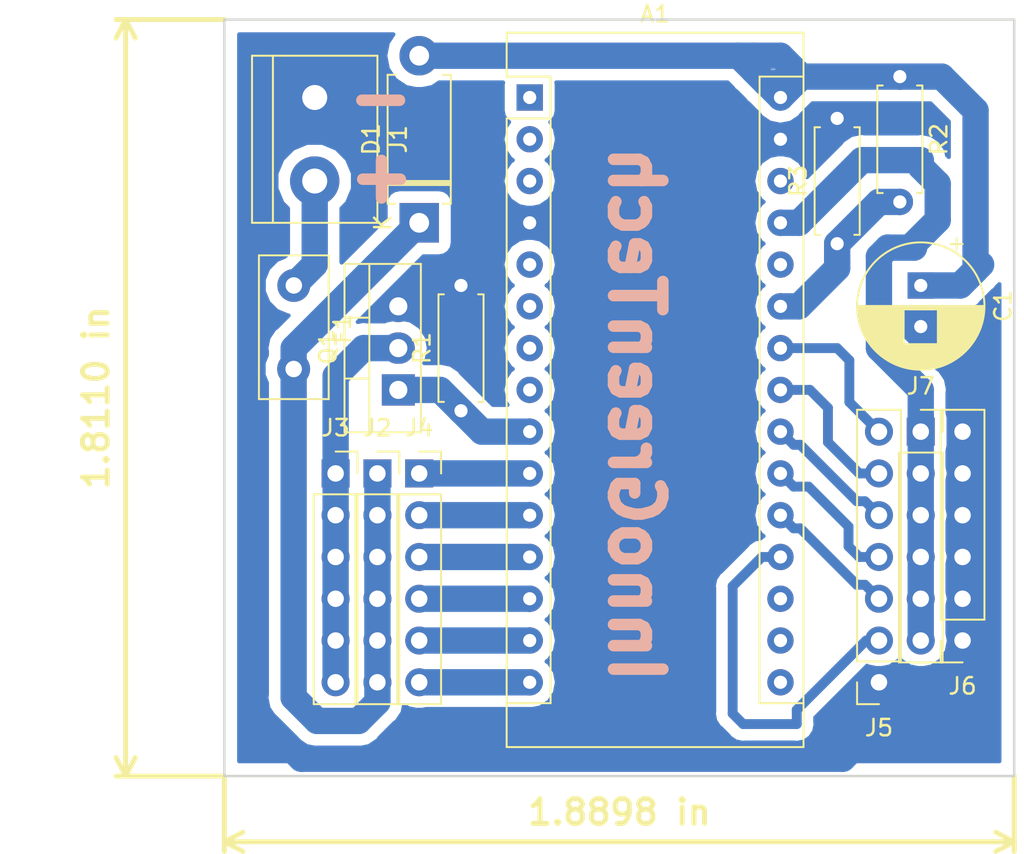
<source format=kicad_pcb>
(kicad_pcb (version 20171130) (host pcbnew "(5.0.1)-4")

  (general
    (thickness 1.6)
    (drawings 9)
    (tracks 133)
    (zones 0)
    (modules 15)
    (nets 21)
  )

  (page A4)
  (layers
    (0 F.Cu signal)
    (31 B.Cu signal)
    (32 B.Adhes user)
    (33 F.Adhes user)
    (34 B.Paste user)
    (35 F.Paste user)
    (36 B.SilkS user)
    (37 F.SilkS user)
    (38 B.Mask user)
    (39 F.Mask user)
    (40 Dwgs.User user)
    (41 Cmts.User user)
    (42 Eco1.User user)
    (43 Eco2.User user)
    (44 Edge.Cuts user)
    (45 Margin user)
    (46 B.CrtYd user)
    (47 F.CrtYd user)
    (48 B.Fab user)
    (49 F.Fab user)
  )

  (setup
    (last_trace_width 1.6)
    (trace_clearance 0.7)
    (zone_clearance 0.508)
    (zone_45_only no)
    (trace_min 0.2)
    (segment_width 0.2)
    (edge_width 0.15)
    (via_size 0.8)
    (via_drill 0.4)
    (via_min_size 0.4)
    (via_min_drill 0.3)
    (uvia_size 0.3)
    (uvia_drill 0.1)
    (uvias_allowed no)
    (uvia_min_size 0.2)
    (uvia_min_drill 0.1)
    (pcb_text_width 0.3)
    (pcb_text_size 1.5 1.5)
    (mod_edge_width 0.15)
    (mod_text_size 1 1)
    (mod_text_width 0.15)
    (pad_size 1.524 1.524)
    (pad_drill 0.762)
    (pad_to_mask_clearance 0.051)
    (solder_mask_min_width 0.25)
    (aux_axis_origin 105 120)
    (visible_elements 7FFFFFFF)
    (pcbplotparams
      (layerselection 0x01010_fffffffe)
      (usegerberextensions false)
      (usegerberattributes false)
      (usegerberadvancedattributes false)
      (creategerberjobfile false)
      (excludeedgelayer true)
      (linewidth 0.100000)
      (plotframeref false)
      (viasonmask false)
      (mode 1)
      (useauxorigin true)
      (hpglpennumber 1)
      (hpglpenspeed 20)
      (hpglpendiameter 15.000000)
      (psnegative false)
      (psa4output false)
      (plotreference true)
      (plotvalue true)
      (plotinvisibletext false)
      (padsonsilk false)
      (subtractmaskfromsilk false)
      (outputformat 1)
      (mirror false)
      (drillshape 0)
      (scaleselection 1)
      (outputdirectory "C:/Users/fabri/OneDrive/ProjetElectroniques/Linky_hot_water_controller_kicad/"))
  )

  (net 0 "")
  (net 1 "Net-(A1-Pad19)")
  (net 2 "Net-(A1-Pad20)")
  (net 3 "Net-(A1-Pad21)")
  (net 4 "Net-(A1-Pad22)")
  (net 5 "Net-(A1-Pad23)")
  (net 6 "Net-(A1-Pad24)")
  (net 7 /Enable_servos)
  (net 8 /V_battery_control)
  (net 9 "Net-(A1-Pad10)")
  (net 10 "Net-(A1-Pad11)")
  (net 11 +5V)
  (net 12 "Net-(A1-Pad12)")
  (net 13 "Net-(A1-Pad13)")
  (net 14 "Net-(A1-Pad14)")
  (net 15 +6V)
  (net 16 "Net-(A1-Pad15)")
  (net 17 GND)
  (net 18 +BATT)
  (net 19 "Net-(F1-Pad1)")
  (net 20 "Net-(J3-Pad1)")

  (net_class Default "Ceci est la Netclass par défaut."
    (clearance 0.7)
    (trace_width 1.6)
    (via_dia 0.8)
    (via_drill 0.4)
    (uvia_dia 0.3)
    (uvia_drill 0.1)
    (add_net +5V)
    (add_net +6V)
    (add_net +BATT)
    (add_net /Enable_servos)
    (add_net /V_battery_control)
    (add_net GND)
    (add_net "Net-(A1-Pad10)")
    (add_net "Net-(A1-Pad11)")
    (add_net "Net-(A1-Pad12)")
    (add_net "Net-(A1-Pad13)")
    (add_net "Net-(A1-Pad14)")
    (add_net "Net-(A1-Pad15)")
    (add_net "Net-(A1-Pad19)")
    (add_net "Net-(A1-Pad20)")
    (add_net "Net-(A1-Pad21)")
    (add_net "Net-(A1-Pad22)")
    (add_net "Net-(A1-Pad23)")
    (add_net "Net-(A1-Pad24)")
    (add_net "Net-(F1-Pad1)")
    (add_net "Net-(J3-Pad1)")
  )

  (module Capacitor_THT:CP_Radial_D7.5mm_P2.50mm (layer F.Cu) (tedit 5AE50EF0) (tstamp 5F98F42E)
    (at 147.32 90.17 270)
    (descr "CP, Radial series, Radial, pin pitch=2.50mm, , diameter=7.5mm, Electrolytic Capacitor")
    (tags "CP Radial series Radial pin pitch 2.50mm  diameter 7.5mm Electrolytic Capacitor")
    (path /5F8C7B3E)
    (fp_text reference C1 (at 1.25 -5 270) (layer F.SilkS)
      (effects (font (size 1 1) (thickness 0.15)))
    )
    (fp_text value "470 µ" (at 1.25 5 270) (layer F.Fab)
      (effects (font (size 1 1) (thickness 0.15)))
    )
    (fp_circle (center 1.25 0) (end 5 0) (layer F.Fab) (width 0.1))
    (fp_circle (center 1.25 0) (end 5.12 0) (layer F.SilkS) (width 0.12))
    (fp_circle (center 1.25 0) (end 5.25 0) (layer F.CrtYd) (width 0.05))
    (fp_line (start -1.961233 -1.6375) (end -1.211233 -1.6375) (layer F.Fab) (width 0.1))
    (fp_line (start -1.586233 -2.0125) (end -1.586233 -1.2625) (layer F.Fab) (width 0.1))
    (fp_line (start 1.25 -3.83) (end 1.25 3.83) (layer F.SilkS) (width 0.12))
    (fp_line (start 1.29 -3.83) (end 1.29 3.83) (layer F.SilkS) (width 0.12))
    (fp_line (start 1.33 -3.83) (end 1.33 3.83) (layer F.SilkS) (width 0.12))
    (fp_line (start 1.37 -3.829) (end 1.37 3.829) (layer F.SilkS) (width 0.12))
    (fp_line (start 1.41 -3.827) (end 1.41 3.827) (layer F.SilkS) (width 0.12))
    (fp_line (start 1.45 -3.825) (end 1.45 3.825) (layer F.SilkS) (width 0.12))
    (fp_line (start 1.49 -3.823) (end 1.49 -1.04) (layer F.SilkS) (width 0.12))
    (fp_line (start 1.49 1.04) (end 1.49 3.823) (layer F.SilkS) (width 0.12))
    (fp_line (start 1.53 -3.82) (end 1.53 -1.04) (layer F.SilkS) (width 0.12))
    (fp_line (start 1.53 1.04) (end 1.53 3.82) (layer F.SilkS) (width 0.12))
    (fp_line (start 1.57 -3.817) (end 1.57 -1.04) (layer F.SilkS) (width 0.12))
    (fp_line (start 1.57 1.04) (end 1.57 3.817) (layer F.SilkS) (width 0.12))
    (fp_line (start 1.61 -3.814) (end 1.61 -1.04) (layer F.SilkS) (width 0.12))
    (fp_line (start 1.61 1.04) (end 1.61 3.814) (layer F.SilkS) (width 0.12))
    (fp_line (start 1.65 -3.81) (end 1.65 -1.04) (layer F.SilkS) (width 0.12))
    (fp_line (start 1.65 1.04) (end 1.65 3.81) (layer F.SilkS) (width 0.12))
    (fp_line (start 1.69 -3.805) (end 1.69 -1.04) (layer F.SilkS) (width 0.12))
    (fp_line (start 1.69 1.04) (end 1.69 3.805) (layer F.SilkS) (width 0.12))
    (fp_line (start 1.73 -3.801) (end 1.73 -1.04) (layer F.SilkS) (width 0.12))
    (fp_line (start 1.73 1.04) (end 1.73 3.801) (layer F.SilkS) (width 0.12))
    (fp_line (start 1.77 -3.795) (end 1.77 -1.04) (layer F.SilkS) (width 0.12))
    (fp_line (start 1.77 1.04) (end 1.77 3.795) (layer F.SilkS) (width 0.12))
    (fp_line (start 1.81 -3.79) (end 1.81 -1.04) (layer F.SilkS) (width 0.12))
    (fp_line (start 1.81 1.04) (end 1.81 3.79) (layer F.SilkS) (width 0.12))
    (fp_line (start 1.85 -3.784) (end 1.85 -1.04) (layer F.SilkS) (width 0.12))
    (fp_line (start 1.85 1.04) (end 1.85 3.784) (layer F.SilkS) (width 0.12))
    (fp_line (start 1.89 -3.777) (end 1.89 -1.04) (layer F.SilkS) (width 0.12))
    (fp_line (start 1.89 1.04) (end 1.89 3.777) (layer F.SilkS) (width 0.12))
    (fp_line (start 1.93 -3.77) (end 1.93 -1.04) (layer F.SilkS) (width 0.12))
    (fp_line (start 1.93 1.04) (end 1.93 3.77) (layer F.SilkS) (width 0.12))
    (fp_line (start 1.971 -3.763) (end 1.971 -1.04) (layer F.SilkS) (width 0.12))
    (fp_line (start 1.971 1.04) (end 1.971 3.763) (layer F.SilkS) (width 0.12))
    (fp_line (start 2.011 -3.755) (end 2.011 -1.04) (layer F.SilkS) (width 0.12))
    (fp_line (start 2.011 1.04) (end 2.011 3.755) (layer F.SilkS) (width 0.12))
    (fp_line (start 2.051 -3.747) (end 2.051 -1.04) (layer F.SilkS) (width 0.12))
    (fp_line (start 2.051 1.04) (end 2.051 3.747) (layer F.SilkS) (width 0.12))
    (fp_line (start 2.091 -3.738) (end 2.091 -1.04) (layer F.SilkS) (width 0.12))
    (fp_line (start 2.091 1.04) (end 2.091 3.738) (layer F.SilkS) (width 0.12))
    (fp_line (start 2.131 -3.729) (end 2.131 -1.04) (layer F.SilkS) (width 0.12))
    (fp_line (start 2.131 1.04) (end 2.131 3.729) (layer F.SilkS) (width 0.12))
    (fp_line (start 2.171 -3.72) (end 2.171 -1.04) (layer F.SilkS) (width 0.12))
    (fp_line (start 2.171 1.04) (end 2.171 3.72) (layer F.SilkS) (width 0.12))
    (fp_line (start 2.211 -3.71) (end 2.211 -1.04) (layer F.SilkS) (width 0.12))
    (fp_line (start 2.211 1.04) (end 2.211 3.71) (layer F.SilkS) (width 0.12))
    (fp_line (start 2.251 -3.699) (end 2.251 -1.04) (layer F.SilkS) (width 0.12))
    (fp_line (start 2.251 1.04) (end 2.251 3.699) (layer F.SilkS) (width 0.12))
    (fp_line (start 2.291 -3.688) (end 2.291 -1.04) (layer F.SilkS) (width 0.12))
    (fp_line (start 2.291 1.04) (end 2.291 3.688) (layer F.SilkS) (width 0.12))
    (fp_line (start 2.331 -3.677) (end 2.331 -1.04) (layer F.SilkS) (width 0.12))
    (fp_line (start 2.331 1.04) (end 2.331 3.677) (layer F.SilkS) (width 0.12))
    (fp_line (start 2.371 -3.665) (end 2.371 -1.04) (layer F.SilkS) (width 0.12))
    (fp_line (start 2.371 1.04) (end 2.371 3.665) (layer F.SilkS) (width 0.12))
    (fp_line (start 2.411 -3.653) (end 2.411 -1.04) (layer F.SilkS) (width 0.12))
    (fp_line (start 2.411 1.04) (end 2.411 3.653) (layer F.SilkS) (width 0.12))
    (fp_line (start 2.451 -3.64) (end 2.451 -1.04) (layer F.SilkS) (width 0.12))
    (fp_line (start 2.451 1.04) (end 2.451 3.64) (layer F.SilkS) (width 0.12))
    (fp_line (start 2.491 -3.626) (end 2.491 -1.04) (layer F.SilkS) (width 0.12))
    (fp_line (start 2.491 1.04) (end 2.491 3.626) (layer F.SilkS) (width 0.12))
    (fp_line (start 2.531 -3.613) (end 2.531 -1.04) (layer F.SilkS) (width 0.12))
    (fp_line (start 2.531 1.04) (end 2.531 3.613) (layer F.SilkS) (width 0.12))
    (fp_line (start 2.571 -3.598) (end 2.571 -1.04) (layer F.SilkS) (width 0.12))
    (fp_line (start 2.571 1.04) (end 2.571 3.598) (layer F.SilkS) (width 0.12))
    (fp_line (start 2.611 -3.584) (end 2.611 -1.04) (layer F.SilkS) (width 0.12))
    (fp_line (start 2.611 1.04) (end 2.611 3.584) (layer F.SilkS) (width 0.12))
    (fp_line (start 2.651 -3.568) (end 2.651 -1.04) (layer F.SilkS) (width 0.12))
    (fp_line (start 2.651 1.04) (end 2.651 3.568) (layer F.SilkS) (width 0.12))
    (fp_line (start 2.691 -3.553) (end 2.691 -1.04) (layer F.SilkS) (width 0.12))
    (fp_line (start 2.691 1.04) (end 2.691 3.553) (layer F.SilkS) (width 0.12))
    (fp_line (start 2.731 -3.536) (end 2.731 -1.04) (layer F.SilkS) (width 0.12))
    (fp_line (start 2.731 1.04) (end 2.731 3.536) (layer F.SilkS) (width 0.12))
    (fp_line (start 2.771 -3.52) (end 2.771 -1.04) (layer F.SilkS) (width 0.12))
    (fp_line (start 2.771 1.04) (end 2.771 3.52) (layer F.SilkS) (width 0.12))
    (fp_line (start 2.811 -3.502) (end 2.811 -1.04) (layer F.SilkS) (width 0.12))
    (fp_line (start 2.811 1.04) (end 2.811 3.502) (layer F.SilkS) (width 0.12))
    (fp_line (start 2.851 -3.484) (end 2.851 -1.04) (layer F.SilkS) (width 0.12))
    (fp_line (start 2.851 1.04) (end 2.851 3.484) (layer F.SilkS) (width 0.12))
    (fp_line (start 2.891 -3.466) (end 2.891 -1.04) (layer F.SilkS) (width 0.12))
    (fp_line (start 2.891 1.04) (end 2.891 3.466) (layer F.SilkS) (width 0.12))
    (fp_line (start 2.931 -3.447) (end 2.931 -1.04) (layer F.SilkS) (width 0.12))
    (fp_line (start 2.931 1.04) (end 2.931 3.447) (layer F.SilkS) (width 0.12))
    (fp_line (start 2.971 -3.427) (end 2.971 -1.04) (layer F.SilkS) (width 0.12))
    (fp_line (start 2.971 1.04) (end 2.971 3.427) (layer F.SilkS) (width 0.12))
    (fp_line (start 3.011 -3.407) (end 3.011 -1.04) (layer F.SilkS) (width 0.12))
    (fp_line (start 3.011 1.04) (end 3.011 3.407) (layer F.SilkS) (width 0.12))
    (fp_line (start 3.051 -3.386) (end 3.051 -1.04) (layer F.SilkS) (width 0.12))
    (fp_line (start 3.051 1.04) (end 3.051 3.386) (layer F.SilkS) (width 0.12))
    (fp_line (start 3.091 -3.365) (end 3.091 -1.04) (layer F.SilkS) (width 0.12))
    (fp_line (start 3.091 1.04) (end 3.091 3.365) (layer F.SilkS) (width 0.12))
    (fp_line (start 3.131 -3.343) (end 3.131 -1.04) (layer F.SilkS) (width 0.12))
    (fp_line (start 3.131 1.04) (end 3.131 3.343) (layer F.SilkS) (width 0.12))
    (fp_line (start 3.171 -3.321) (end 3.171 -1.04) (layer F.SilkS) (width 0.12))
    (fp_line (start 3.171 1.04) (end 3.171 3.321) (layer F.SilkS) (width 0.12))
    (fp_line (start 3.211 -3.297) (end 3.211 -1.04) (layer F.SilkS) (width 0.12))
    (fp_line (start 3.211 1.04) (end 3.211 3.297) (layer F.SilkS) (width 0.12))
    (fp_line (start 3.251 -3.274) (end 3.251 -1.04) (layer F.SilkS) (width 0.12))
    (fp_line (start 3.251 1.04) (end 3.251 3.274) (layer F.SilkS) (width 0.12))
    (fp_line (start 3.291 -3.249) (end 3.291 -1.04) (layer F.SilkS) (width 0.12))
    (fp_line (start 3.291 1.04) (end 3.291 3.249) (layer F.SilkS) (width 0.12))
    (fp_line (start 3.331 -3.224) (end 3.331 -1.04) (layer F.SilkS) (width 0.12))
    (fp_line (start 3.331 1.04) (end 3.331 3.224) (layer F.SilkS) (width 0.12))
    (fp_line (start 3.371 -3.198) (end 3.371 -1.04) (layer F.SilkS) (width 0.12))
    (fp_line (start 3.371 1.04) (end 3.371 3.198) (layer F.SilkS) (width 0.12))
    (fp_line (start 3.411 -3.172) (end 3.411 -1.04) (layer F.SilkS) (width 0.12))
    (fp_line (start 3.411 1.04) (end 3.411 3.172) (layer F.SilkS) (width 0.12))
    (fp_line (start 3.451 -3.144) (end 3.451 -1.04) (layer F.SilkS) (width 0.12))
    (fp_line (start 3.451 1.04) (end 3.451 3.144) (layer F.SilkS) (width 0.12))
    (fp_line (start 3.491 -3.116) (end 3.491 -1.04) (layer F.SilkS) (width 0.12))
    (fp_line (start 3.491 1.04) (end 3.491 3.116) (layer F.SilkS) (width 0.12))
    (fp_line (start 3.531 -3.088) (end 3.531 -1.04) (layer F.SilkS) (width 0.12))
    (fp_line (start 3.531 1.04) (end 3.531 3.088) (layer F.SilkS) (width 0.12))
    (fp_line (start 3.571 -3.058) (end 3.571 3.058) (layer F.SilkS) (width 0.12))
    (fp_line (start 3.611 -3.028) (end 3.611 3.028) (layer F.SilkS) (width 0.12))
    (fp_line (start 3.651 -2.996) (end 3.651 2.996) (layer F.SilkS) (width 0.12))
    (fp_line (start 3.691 -2.964) (end 3.691 2.964) (layer F.SilkS) (width 0.12))
    (fp_line (start 3.731 -2.931) (end 3.731 2.931) (layer F.SilkS) (width 0.12))
    (fp_line (start 3.771 -2.898) (end 3.771 2.898) (layer F.SilkS) (width 0.12))
    (fp_line (start 3.811 -2.863) (end 3.811 2.863) (layer F.SilkS) (width 0.12))
    (fp_line (start 3.851 -2.827) (end 3.851 2.827) (layer F.SilkS) (width 0.12))
    (fp_line (start 3.891 -2.79) (end 3.891 2.79) (layer F.SilkS) (width 0.12))
    (fp_line (start 3.931 -2.752) (end 3.931 2.752) (layer F.SilkS) (width 0.12))
    (fp_line (start 3.971 -2.713) (end 3.971 2.713) (layer F.SilkS) (width 0.12))
    (fp_line (start 4.011 -2.673) (end 4.011 2.673) (layer F.SilkS) (width 0.12))
    (fp_line (start 4.051 -2.632) (end 4.051 2.632) (layer F.SilkS) (width 0.12))
    (fp_line (start 4.091 -2.589) (end 4.091 2.589) (layer F.SilkS) (width 0.12))
    (fp_line (start 4.131 -2.546) (end 4.131 2.546) (layer F.SilkS) (width 0.12))
    (fp_line (start 4.171 -2.5) (end 4.171 2.5) (layer F.SilkS) (width 0.12))
    (fp_line (start 4.211 -2.454) (end 4.211 2.454) (layer F.SilkS) (width 0.12))
    (fp_line (start 4.251 -2.405) (end 4.251 2.405) (layer F.SilkS) (width 0.12))
    (fp_line (start 4.291 -2.355) (end 4.291 2.355) (layer F.SilkS) (width 0.12))
    (fp_line (start 4.331 -2.304) (end 4.331 2.304) (layer F.SilkS) (width 0.12))
    (fp_line (start 4.371 -2.25) (end 4.371 2.25) (layer F.SilkS) (width 0.12))
    (fp_line (start 4.411 -2.195) (end 4.411 2.195) (layer F.SilkS) (width 0.12))
    (fp_line (start 4.451 -2.137) (end 4.451 2.137) (layer F.SilkS) (width 0.12))
    (fp_line (start 4.491 -2.077) (end 4.491 2.077) (layer F.SilkS) (width 0.12))
    (fp_line (start 4.531 -2.014) (end 4.531 2.014) (layer F.SilkS) (width 0.12))
    (fp_line (start 4.571 -1.949) (end 4.571 1.949) (layer F.SilkS) (width 0.12))
    (fp_line (start 4.611 -1.881) (end 4.611 1.881) (layer F.SilkS) (width 0.12))
    (fp_line (start 4.651 -1.809) (end 4.651 1.809) (layer F.SilkS) (width 0.12))
    (fp_line (start 4.691 -1.733) (end 4.691 1.733) (layer F.SilkS) (width 0.12))
    (fp_line (start 4.731 -1.654) (end 4.731 1.654) (layer F.SilkS) (width 0.12))
    (fp_line (start 4.771 -1.569) (end 4.771 1.569) (layer F.SilkS) (width 0.12))
    (fp_line (start 4.811 -1.478) (end 4.811 1.478) (layer F.SilkS) (width 0.12))
    (fp_line (start 4.851 -1.381) (end 4.851 1.381) (layer F.SilkS) (width 0.12))
    (fp_line (start 4.891 -1.275) (end 4.891 1.275) (layer F.SilkS) (width 0.12))
    (fp_line (start 4.931 -1.158) (end 4.931 1.158) (layer F.SilkS) (width 0.12))
    (fp_line (start 4.971 -1.028) (end 4.971 1.028) (layer F.SilkS) (width 0.12))
    (fp_line (start 5.011 -0.877) (end 5.011 0.877) (layer F.SilkS) (width 0.12))
    (fp_line (start 5.051 -0.693) (end 5.051 0.693) (layer F.SilkS) (width 0.12))
    (fp_line (start 5.091 -0.441) (end 5.091 0.441) (layer F.SilkS) (width 0.12))
    (fp_line (start -2.892211 -2.175) (end -2.142211 -2.175) (layer F.SilkS) (width 0.12))
    (fp_line (start -2.517211 -2.55) (end -2.517211 -1.8) (layer F.SilkS) (width 0.12))
    (fp_text user %R (at 1.25 0 270) (layer F.Fab)
      (effects (font (size 1 1) (thickness 0.15)))
    )
    (pad 1 thru_hole rect (at 0 0 270) (size 1.6 1.6) (drill 0.8) (layers *.Cu *.Mask)
      (net 15 +6V))
    (pad 2 thru_hole circle (at 2.5 0 270) (size 1.6 1.6) (drill 0.8) (layers *.Cu *.Mask)
      (net 17 GND))
    (model ${KISYS3DMOD}/Capacitor_THT.3dshapes/CP_Radial_D7.5mm_P2.50mm.wrl
      (at (xyz 0 0 0))
      (scale (xyz 1 1 1))
      (rotate (xyz 0 0 0))
    )
  )

  (module Diode_THT:D_DO-15_P10.16mm_Horizontal (layer F.Cu) (tedit 5AE50CD5) (tstamp 5F98F44D)
    (at 116.84 86.36 90)
    (descr "Diode, DO-15 series, Axial, Horizontal, pin pitch=10.16mm, , length*diameter=7.6*3.6mm^2, , http://www.diodes.com/_files/packages/DO-15.pdf")
    (tags "Diode DO-15 series Axial Horizontal pin pitch 10.16mm  length 7.6mm diameter 3.6mm")
    (path /5F8C54F8)
    (fp_text reference D1 (at 5.08 -2.92 90) (layer F.SilkS)
      (effects (font (size 1 1) (thickness 0.15)))
    )
    (fp_text value DIODE (at 5.08 2.92 90) (layer F.Fab)
      (effects (font (size 1 1) (thickness 0.15)))
    )
    (fp_line (start 1.28 -1.8) (end 1.28 1.8) (layer F.Fab) (width 0.1))
    (fp_line (start 1.28 1.8) (end 8.88 1.8) (layer F.Fab) (width 0.1))
    (fp_line (start 8.88 1.8) (end 8.88 -1.8) (layer F.Fab) (width 0.1))
    (fp_line (start 8.88 -1.8) (end 1.28 -1.8) (layer F.Fab) (width 0.1))
    (fp_line (start 0 0) (end 1.28 0) (layer F.Fab) (width 0.1))
    (fp_line (start 10.16 0) (end 8.88 0) (layer F.Fab) (width 0.1))
    (fp_line (start 2.42 -1.8) (end 2.42 1.8) (layer F.Fab) (width 0.1))
    (fp_line (start 2.52 -1.8) (end 2.52 1.8) (layer F.Fab) (width 0.1))
    (fp_line (start 2.32 -1.8) (end 2.32 1.8) (layer F.Fab) (width 0.1))
    (fp_line (start 1.16 -1.44) (end 1.16 -1.92) (layer F.SilkS) (width 0.12))
    (fp_line (start 1.16 -1.92) (end 9 -1.92) (layer F.SilkS) (width 0.12))
    (fp_line (start 9 -1.92) (end 9 -1.44) (layer F.SilkS) (width 0.12))
    (fp_line (start 1.16 1.44) (end 1.16 1.92) (layer F.SilkS) (width 0.12))
    (fp_line (start 1.16 1.92) (end 9 1.92) (layer F.SilkS) (width 0.12))
    (fp_line (start 9 1.92) (end 9 1.44) (layer F.SilkS) (width 0.12))
    (fp_line (start 2.42 -1.92) (end 2.42 1.92) (layer F.SilkS) (width 0.12))
    (fp_line (start 2.54 -1.92) (end 2.54 1.92) (layer F.SilkS) (width 0.12))
    (fp_line (start 2.3 -1.92) (end 2.3 1.92) (layer F.SilkS) (width 0.12))
    (fp_line (start -1.45 -2.05) (end -1.45 2.05) (layer F.CrtYd) (width 0.05))
    (fp_line (start -1.45 2.05) (end 11.61 2.05) (layer F.CrtYd) (width 0.05))
    (fp_line (start 11.61 2.05) (end 11.61 -2.05) (layer F.CrtYd) (width 0.05))
    (fp_line (start 11.61 -2.05) (end -1.45 -2.05) (layer F.CrtYd) (width 0.05))
    (fp_text user %R (at 5.65 0 90) (layer F.Fab)
      (effects (font (size 1 1) (thickness 0.15)))
    )
    (fp_text user K (at 0 -2.2 90) (layer F.Fab)
      (effects (font (size 1 1) (thickness 0.15)))
    )
    (fp_text user K (at 0 -2.2 90) (layer F.SilkS)
      (effects (font (size 1 1) (thickness 0.15)))
    )
    (pad 1 thru_hole rect (at 0 0 90) (size 2.4 2.4) (drill 1.2) (layers *.Cu *.Mask)
      (net 18 +BATT))
    (pad 2 thru_hole oval (at 10.16 0 90) (size 2.4 2.4) (drill 1.2) (layers *.Cu *.Mask)
      (net 15 +6V))
    (model ${KISYS3DMOD}/Diode_THT.3dshapes/D_DO-15_P10.16mm_Horizontal.wrl
      (at (xyz 0 0 0))
      (scale (xyz 1 1 1))
      (rotate (xyz 0 0 0))
    )
  )

  (module Fuse:Fuse_Littelfuse_395Series (layer F.Cu) (tedit 5A1C8B31) (tstamp 5F98F460)
    (at 109.22 90.17 270)
    (descr "Fuse, TE5, Littelfuse/Wickmann, No. 460, No560,")
    (tags "Fuse TE5 Littelfuse/Wickmann No. 460 No560 ")
    (path /5F8C1C62)
    (fp_text reference F1 (at 2.65 -2.95 270) (layer F.SilkS)
      (effects (font (size 1 1) (thickness 0.15)))
    )
    (fp_text value Fuse (at 2.35 3.1 270) (layer F.Fab)
      (effects (font (size 1 1) (thickness 0.15)))
    )
    (fp_text user %R (at 2.75 -1.25 270) (layer F.Fab)
      (effects (font (size 1 1) (thickness 0.15)))
    )
    (fp_line (start -1.71 2) (end 6.79 2) (layer F.Fab) (width 0.1))
    (fp_line (start 6.79 2) (end 6.79 -2) (layer F.Fab) (width 0.1))
    (fp_line (start 6.79 -2) (end -1.71 -2) (layer F.Fab) (width 0.1))
    (fp_line (start -1.71 -2) (end -1.71 2) (layer F.Fab) (width 0.1))
    (fp_line (start -1.96 -2.25) (end 7.04 -2.25) (layer F.CrtYd) (width 0.05))
    (fp_line (start -1.96 -2.25) (end -1.96 2.25) (layer F.CrtYd) (width 0.05))
    (fp_line (start 7.04 2.25) (end 7.04 -2.25) (layer F.CrtYd) (width 0.05))
    (fp_line (start 7.04 2.25) (end -1.96 2.25) (layer F.CrtYd) (width 0.05))
    (fp_line (start -1.83 -2.12) (end 6.91 -2.12) (layer F.SilkS) (width 0.12))
    (fp_line (start -1.83 -2.12) (end -1.83 2.12) (layer F.SilkS) (width 0.12))
    (fp_line (start 6.91 2.12) (end 6.91 -2.12) (layer F.SilkS) (width 0.12))
    (fp_line (start 6.91 2.12) (end -1.83 2.12) (layer F.SilkS) (width 0.12))
    (pad 1 thru_hole circle (at 0 0 270) (size 2 2) (drill 1) (layers *.Cu *.Mask)
      (net 19 "Net-(F1-Pad1)"))
    (pad 2 thru_hole circle (at 5.08 0.01 270) (size 2 2) (drill 1) (layers *.Cu *.Mask)
      (net 18 +BATT))
    (model ${KISYS3DMOD}/Fuse.3dshapes/Fuse_Littelfuse_395Series.wrl
      (at (xyz 0 0 0))
      (scale (xyz 1 1 1))
      (rotate (xyz 0 0 0))
    )
  )

  (module TerminalBlock:TerminalBlock_bornier-2_P5.08mm (layer F.Cu) (tedit 59FF03AB) (tstamp 5F98F475)
    (at 110.49 78.74 270)
    (descr "simple 2-pin terminal block, pitch 5.08mm, revamped version of bornier2")
    (tags "terminal block bornier2")
    (path /5F8C53FC)
    (fp_text reference J1 (at 2.54 -5.08 270) (layer F.SilkS)
      (effects (font (size 1 1) (thickness 0.15)))
    )
    (fp_text value Power_in (at 2.54 5.08 270) (layer F.Fab)
      (effects (font (size 1 1) (thickness 0.15)))
    )
    (fp_text user %R (at 2.54 0 270) (layer F.Fab)
      (effects (font (size 1 1) (thickness 0.15)))
    )
    (fp_line (start -2.41 2.55) (end 7.49 2.55) (layer F.Fab) (width 0.1))
    (fp_line (start -2.46 -3.75) (end -2.46 3.75) (layer F.Fab) (width 0.1))
    (fp_line (start -2.46 3.75) (end 7.54 3.75) (layer F.Fab) (width 0.1))
    (fp_line (start 7.54 3.75) (end 7.54 -3.75) (layer F.Fab) (width 0.1))
    (fp_line (start 7.54 -3.75) (end -2.46 -3.75) (layer F.Fab) (width 0.1))
    (fp_line (start 7.62 2.54) (end -2.54 2.54) (layer F.SilkS) (width 0.12))
    (fp_line (start 7.62 3.81) (end 7.62 -3.81) (layer F.SilkS) (width 0.12))
    (fp_line (start 7.62 -3.81) (end -2.54 -3.81) (layer F.SilkS) (width 0.12))
    (fp_line (start -2.54 -3.81) (end -2.54 3.81) (layer F.SilkS) (width 0.12))
    (fp_line (start -2.54 3.81) (end 7.62 3.81) (layer F.SilkS) (width 0.12))
    (fp_line (start -2.71 -4) (end 7.79 -4) (layer F.CrtYd) (width 0.05))
    (fp_line (start -2.71 -4) (end -2.71 4) (layer F.CrtYd) (width 0.05))
    (fp_line (start 7.79 4) (end 7.79 -4) (layer F.CrtYd) (width 0.05))
    (fp_line (start 7.79 4) (end -2.71 4) (layer F.CrtYd) (width 0.05))
    (pad 1 thru_hole rect (at 0 0 270) (size 3 3) (drill 1.52) (layers *.Cu *.Mask)
      (net 17 GND))
    (pad 2 thru_hole circle (at 5.08 0 270) (size 3 3) (drill 1.52) (layers *.Cu *.Mask)
      (net 19 "Net-(F1-Pad1)"))
    (model ${KISYS3DMOD}/TerminalBlock.3dshapes/TerminalBlock_bornier-2_P5.08mm.wrl
      (offset (xyz 2.539999961853027 0 0))
      (scale (xyz 1 1 1))
      (rotate (xyz 0 0 0))
    )
  )

  (module Connector_PinSocket_2.54mm:PinSocket_1x06_P2.54mm_Vertical (layer F.Cu) (tedit 5A19A430) (tstamp 5F98F48F)
    (at 114.3 101.6)
    (descr "Through hole straight socket strip, 1x06, 2.54mm pitch, single row (from Kicad 4.0.7), script generated")
    (tags "Through hole socket strip THT 1x06 2.54mm single row")
    (path /5F8C6B12)
    (fp_text reference J2 (at 0 -2.77) (layer F.SilkS)
      (effects (font (size 1 1) (thickness 0.15)))
    )
    (fp_text value Servo_+V (at 0 15.47) (layer F.Fab)
      (effects (font (size 1 1) (thickness 0.15)))
    )
    (fp_text user %R (at 0 6.35 90) (layer F.Fab)
      (effects (font (size 1 1) (thickness 0.15)))
    )
    (fp_line (start -1.8 14.45) (end -1.8 -1.8) (layer F.CrtYd) (width 0.05))
    (fp_line (start 1.75 14.45) (end -1.8 14.45) (layer F.CrtYd) (width 0.05))
    (fp_line (start 1.75 -1.8) (end 1.75 14.45) (layer F.CrtYd) (width 0.05))
    (fp_line (start -1.8 -1.8) (end 1.75 -1.8) (layer F.CrtYd) (width 0.05))
    (fp_line (start 0 -1.33) (end 1.33 -1.33) (layer F.SilkS) (width 0.12))
    (fp_line (start 1.33 -1.33) (end 1.33 0) (layer F.SilkS) (width 0.12))
    (fp_line (start 1.33 1.27) (end 1.33 14.03) (layer F.SilkS) (width 0.12))
    (fp_line (start -1.33 14.03) (end 1.33 14.03) (layer F.SilkS) (width 0.12))
    (fp_line (start -1.33 1.27) (end -1.33 14.03) (layer F.SilkS) (width 0.12))
    (fp_line (start -1.33 1.27) (end 1.33 1.27) (layer F.SilkS) (width 0.12))
    (fp_line (start -1.27 13.97) (end -1.27 -1.27) (layer F.Fab) (width 0.1))
    (fp_line (start 1.27 13.97) (end -1.27 13.97) (layer F.Fab) (width 0.1))
    (fp_line (start 1.27 -0.635) (end 1.27 13.97) (layer F.Fab) (width 0.1))
    (fp_line (start 0.635 -1.27) (end 1.27 -0.635) (layer F.Fab) (width 0.1))
    (fp_line (start -1.27 -1.27) (end 0.635 -1.27) (layer F.Fab) (width 0.1))
    (pad 6 thru_hole oval (at 0 12.7) (size 1.7 1.7) (drill 1) (layers *.Cu *.Mask)
      (net 18 +BATT))
    (pad 5 thru_hole oval (at 0 10.16) (size 1.7 1.7) (drill 1) (layers *.Cu *.Mask)
      (net 18 +BATT))
    (pad 4 thru_hole oval (at 0 7.62) (size 1.7 1.7) (drill 1) (layers *.Cu *.Mask)
      (net 18 +BATT))
    (pad 3 thru_hole oval (at 0 5.08) (size 1.7 1.7) (drill 1) (layers *.Cu *.Mask)
      (net 18 +BATT))
    (pad 2 thru_hole oval (at 0 2.54) (size 1.7 1.7) (drill 1) (layers *.Cu *.Mask)
      (net 18 +BATT))
    (pad 1 thru_hole rect (at 0 0) (size 1.7 1.7) (drill 1) (layers *.Cu *.Mask)
      (net 18 +BATT))
    (model ${KISYS3DMOD}/Connector_PinSocket_2.54mm.3dshapes/PinSocket_1x06_P2.54mm_Vertical.wrl
      (at (xyz 0 0 0))
      (scale (xyz 1 1 1))
      (rotate (xyz 0 0 0))
    )
  )

  (module Connector_PinSocket_2.54mm:PinSocket_1x06_P2.54mm_Vertical (layer F.Cu) (tedit 5A19A430) (tstamp 5F98F4A9)
    (at 111.76 101.6)
    (descr "Through hole straight socket strip, 1x06, 2.54mm pitch, single row (from Kicad 4.0.7), script generated")
    (tags "Through hole socket strip THT 1x06 2.54mm single row")
    (path /5F8C6BD5)
    (fp_text reference J3 (at 0 -2.77) (layer F.SilkS)
      (effects (font (size 1 1) (thickness 0.15)))
    )
    (fp_text value Servo_gnd (at 0 15.47) (layer F.Fab)
      (effects (font (size 1 1) (thickness 0.15)))
    )
    (fp_line (start -1.27 -1.27) (end 0.635 -1.27) (layer F.Fab) (width 0.1))
    (fp_line (start 0.635 -1.27) (end 1.27 -0.635) (layer F.Fab) (width 0.1))
    (fp_line (start 1.27 -0.635) (end 1.27 13.97) (layer F.Fab) (width 0.1))
    (fp_line (start 1.27 13.97) (end -1.27 13.97) (layer F.Fab) (width 0.1))
    (fp_line (start -1.27 13.97) (end -1.27 -1.27) (layer F.Fab) (width 0.1))
    (fp_line (start -1.33 1.27) (end 1.33 1.27) (layer F.SilkS) (width 0.12))
    (fp_line (start -1.33 1.27) (end -1.33 14.03) (layer F.SilkS) (width 0.12))
    (fp_line (start -1.33 14.03) (end 1.33 14.03) (layer F.SilkS) (width 0.12))
    (fp_line (start 1.33 1.27) (end 1.33 14.03) (layer F.SilkS) (width 0.12))
    (fp_line (start 1.33 -1.33) (end 1.33 0) (layer F.SilkS) (width 0.12))
    (fp_line (start 0 -1.33) (end 1.33 -1.33) (layer F.SilkS) (width 0.12))
    (fp_line (start -1.8 -1.8) (end 1.75 -1.8) (layer F.CrtYd) (width 0.05))
    (fp_line (start 1.75 -1.8) (end 1.75 14.45) (layer F.CrtYd) (width 0.05))
    (fp_line (start 1.75 14.45) (end -1.8 14.45) (layer F.CrtYd) (width 0.05))
    (fp_line (start -1.8 14.45) (end -1.8 -1.8) (layer F.CrtYd) (width 0.05))
    (fp_text user %R (at 0 6.35 90) (layer F.Fab)
      (effects (font (size 1 1) (thickness 0.15)))
    )
    (pad 1 thru_hole rect (at 0 0) (size 1.7 1.7) (drill 1) (layers *.Cu *.Mask)
      (net 20 "Net-(J3-Pad1)"))
    (pad 2 thru_hole oval (at 0 2.54) (size 1.7 1.7) (drill 1) (layers *.Cu *.Mask)
      (net 20 "Net-(J3-Pad1)"))
    (pad 3 thru_hole oval (at 0 5.08) (size 1.7 1.7) (drill 1) (layers *.Cu *.Mask)
      (net 20 "Net-(J3-Pad1)"))
    (pad 4 thru_hole oval (at 0 7.62) (size 1.7 1.7) (drill 1) (layers *.Cu *.Mask)
      (net 20 "Net-(J3-Pad1)"))
    (pad 5 thru_hole oval (at 0 10.16) (size 1.7 1.7) (drill 1) (layers *.Cu *.Mask)
      (net 20 "Net-(J3-Pad1)"))
    (pad 6 thru_hole oval (at 0 12.7) (size 1.7 1.7) (drill 1) (layers *.Cu *.Mask)
      (net 20 "Net-(J3-Pad1)"))
    (model ${KISYS3DMOD}/Connector_PinSocket_2.54mm.3dshapes/PinSocket_1x06_P2.54mm_Vertical.wrl
      (at (xyz 0 0 0))
      (scale (xyz 1 1 1))
      (rotate (xyz 0 0 0))
    )
  )

  (module Connector_PinSocket_2.54mm:PinSocket_1x06_P2.54mm_Vertical (layer F.Cu) (tedit 5A19A430) (tstamp 5F98F4C3)
    (at 116.84 101.6)
    (descr "Through hole straight socket strip, 1x06, 2.54mm pitch, single row (from Kicad 4.0.7), script generated")
    (tags "Through hole socket strip THT 1x06 2.54mm single row")
    (path /5F8C6C19)
    (fp_text reference J4 (at 0 -2.77) (layer F.SilkS)
      (effects (font (size 1 1) (thickness 0.15)))
    )
    (fp_text value Servo_signal (at 0 15.47) (layer F.Fab)
      (effects (font (size 1 1) (thickness 0.15)))
    )
    (fp_text user %R (at 0 6.35 90) (layer F.Fab)
      (effects (font (size 1 1) (thickness 0.15)))
    )
    (fp_line (start -1.8 14.45) (end -1.8 -1.8) (layer F.CrtYd) (width 0.05))
    (fp_line (start 1.75 14.45) (end -1.8 14.45) (layer F.CrtYd) (width 0.05))
    (fp_line (start 1.75 -1.8) (end 1.75 14.45) (layer F.CrtYd) (width 0.05))
    (fp_line (start -1.8 -1.8) (end 1.75 -1.8) (layer F.CrtYd) (width 0.05))
    (fp_line (start 0 -1.33) (end 1.33 -1.33) (layer F.SilkS) (width 0.12))
    (fp_line (start 1.33 -1.33) (end 1.33 0) (layer F.SilkS) (width 0.12))
    (fp_line (start 1.33 1.27) (end 1.33 14.03) (layer F.SilkS) (width 0.12))
    (fp_line (start -1.33 14.03) (end 1.33 14.03) (layer F.SilkS) (width 0.12))
    (fp_line (start -1.33 1.27) (end -1.33 14.03) (layer F.SilkS) (width 0.12))
    (fp_line (start -1.33 1.27) (end 1.33 1.27) (layer F.SilkS) (width 0.12))
    (fp_line (start -1.27 13.97) (end -1.27 -1.27) (layer F.Fab) (width 0.1))
    (fp_line (start 1.27 13.97) (end -1.27 13.97) (layer F.Fab) (width 0.1))
    (fp_line (start 1.27 -0.635) (end 1.27 13.97) (layer F.Fab) (width 0.1))
    (fp_line (start 0.635 -1.27) (end 1.27 -0.635) (layer F.Fab) (width 0.1))
    (fp_line (start -1.27 -1.27) (end 0.635 -1.27) (layer F.Fab) (width 0.1))
    (pad 6 thru_hole oval (at 0 12.7) (size 1.7 1.7) (drill 1) (layers *.Cu *.Mask)
      (net 16 "Net-(A1-Pad15)"))
    (pad 5 thru_hole oval (at 0 10.16) (size 1.7 1.7) (drill 1) (layers *.Cu *.Mask)
      (net 14 "Net-(A1-Pad14)"))
    (pad 4 thru_hole oval (at 0 7.62) (size 1.7 1.7) (drill 1) (layers *.Cu *.Mask)
      (net 13 "Net-(A1-Pad13)"))
    (pad 3 thru_hole oval (at 0 5.08) (size 1.7 1.7) (drill 1) (layers *.Cu *.Mask)
      (net 12 "Net-(A1-Pad12)"))
    (pad 2 thru_hole oval (at 0 2.54) (size 1.7 1.7) (drill 1) (layers *.Cu *.Mask)
      (net 10 "Net-(A1-Pad11)"))
    (pad 1 thru_hole rect (at 0 0) (size 1.7 1.7) (drill 1) (layers *.Cu *.Mask)
      (net 9 "Net-(A1-Pad10)"))
    (model ${KISYS3DMOD}/Connector_PinSocket_2.54mm.3dshapes/PinSocket_1x06_P2.54mm_Vertical.wrl
      (at (xyz 0 0 0))
      (scale (xyz 1 1 1))
      (rotate (xyz 0 0 0))
    )
  )

  (module Connector_PinSocket_2.54mm:PinSocket_1x07_P2.54mm_Vertical (layer F.Cu) (tedit 5A19A433) (tstamp 5F98F4DE)
    (at 144.78 114.3 180)
    (descr "Through hole straight socket strip, 1x07, 2.54mm pitch, single row (from Kicad 4.0.7), script generated")
    (tags "Through hole socket strip THT 1x07 2.54mm single row")
    (path /5F8C6A20)
    (fp_text reference J5 (at 0 -2.77 180) (layer F.SilkS)
      (effects (font (size 1 1) (thickness 0.15)))
    )
    (fp_text value "Input _signal" (at 0 18.01 180) (layer F.Fab)
      (effects (font (size 1 1) (thickness 0.15)))
    )
    (fp_line (start -1.27 -1.27) (end 0.635 -1.27) (layer F.Fab) (width 0.1))
    (fp_line (start 0.635 -1.27) (end 1.27 -0.635) (layer F.Fab) (width 0.1))
    (fp_line (start 1.27 -0.635) (end 1.27 16.51) (layer F.Fab) (width 0.1))
    (fp_line (start 1.27 16.51) (end -1.27 16.51) (layer F.Fab) (width 0.1))
    (fp_line (start -1.27 16.51) (end -1.27 -1.27) (layer F.Fab) (width 0.1))
    (fp_line (start -1.33 1.27) (end 1.33 1.27) (layer F.SilkS) (width 0.12))
    (fp_line (start -1.33 1.27) (end -1.33 16.57) (layer F.SilkS) (width 0.12))
    (fp_line (start -1.33 16.57) (end 1.33 16.57) (layer F.SilkS) (width 0.12))
    (fp_line (start 1.33 1.27) (end 1.33 16.57) (layer F.SilkS) (width 0.12))
    (fp_line (start 1.33 -1.33) (end 1.33 0) (layer F.SilkS) (width 0.12))
    (fp_line (start 0 -1.33) (end 1.33 -1.33) (layer F.SilkS) (width 0.12))
    (fp_line (start -1.8 -1.8) (end 1.75 -1.8) (layer F.CrtYd) (width 0.05))
    (fp_line (start 1.75 -1.8) (end 1.75 17) (layer F.CrtYd) (width 0.05))
    (fp_line (start 1.75 17) (end -1.8 17) (layer F.CrtYd) (width 0.05))
    (fp_line (start -1.8 17) (end -1.8 -1.8) (layer F.CrtYd) (width 0.05))
    (fp_text user %R (at 0 7.62 270) (layer F.Fab)
      (effects (font (size 1 1) (thickness 0.15)))
    )
    (pad 1 thru_hole rect (at 0 0 180) (size 1.7 1.7) (drill 1) (layers *.Cu *.Mask)
      (net 17 GND))
    (pad 2 thru_hole oval (at 0 2.54 180) (size 1.7 1.7) (drill 1) (layers *.Cu *.Mask)
      (net 1 "Net-(A1-Pad19)"))
    (pad 3 thru_hole oval (at 0 5.08 180) (size 1.7 1.7) (drill 1) (layers *.Cu *.Mask)
      (net 2 "Net-(A1-Pad20)"))
    (pad 4 thru_hole oval (at 0 7.62 180) (size 1.7 1.7) (drill 1) (layers *.Cu *.Mask)
      (net 3 "Net-(A1-Pad21)"))
    (pad 5 thru_hole oval (at 0 10.16 180) (size 1.7 1.7) (drill 1) (layers *.Cu *.Mask)
      (net 4 "Net-(A1-Pad22)"))
    (pad 6 thru_hole oval (at 0 12.7 180) (size 1.7 1.7) (drill 1) (layers *.Cu *.Mask)
      (net 5 "Net-(A1-Pad23)"))
    (pad 7 thru_hole oval (at 0 15.24 180) (size 1.7 1.7) (drill 1) (layers *.Cu *.Mask)
      (net 6 "Net-(A1-Pad24)"))
    (model ${KISYS3DMOD}/Connector_PinSocket_2.54mm.3dshapes/PinSocket_1x07_P2.54mm_Vertical.wrl
      (at (xyz 0 0 0))
      (scale (xyz 1 1 1))
      (rotate (xyz 0 0 0))
    )
  )

  (module Connector_PinSocket_2.54mm:PinSocket_1x06_P2.54mm_Vertical (layer F.Cu) (tedit 5A19A430) (tstamp 5F98F4F8)
    (at 149.86 111.76 180)
    (descr "Through hole straight socket strip, 1x06, 2.54mm pitch, single row (from Kicad 4.0.7), script generated")
    (tags "Through hole socket strip THT 1x06 2.54mm single row")
    (path /5F8C7053)
    (fp_text reference J6 (at 0 -2.77 180) (layer F.SilkS)
      (effects (font (size 1 1) (thickness 0.15)))
    )
    (fp_text value Input_gnd (at 0 15.47 180) (layer F.Fab)
      (effects (font (size 1 1) (thickness 0.15)))
    )
    (fp_line (start -1.27 -1.27) (end 0.635 -1.27) (layer F.Fab) (width 0.1))
    (fp_line (start 0.635 -1.27) (end 1.27 -0.635) (layer F.Fab) (width 0.1))
    (fp_line (start 1.27 -0.635) (end 1.27 13.97) (layer F.Fab) (width 0.1))
    (fp_line (start 1.27 13.97) (end -1.27 13.97) (layer F.Fab) (width 0.1))
    (fp_line (start -1.27 13.97) (end -1.27 -1.27) (layer F.Fab) (width 0.1))
    (fp_line (start -1.33 1.27) (end 1.33 1.27) (layer F.SilkS) (width 0.12))
    (fp_line (start -1.33 1.27) (end -1.33 14.03) (layer F.SilkS) (width 0.12))
    (fp_line (start -1.33 14.03) (end 1.33 14.03) (layer F.SilkS) (width 0.12))
    (fp_line (start 1.33 1.27) (end 1.33 14.03) (layer F.SilkS) (width 0.12))
    (fp_line (start 1.33 -1.33) (end 1.33 0) (layer F.SilkS) (width 0.12))
    (fp_line (start 0 -1.33) (end 1.33 -1.33) (layer F.SilkS) (width 0.12))
    (fp_line (start -1.8 -1.8) (end 1.75 -1.8) (layer F.CrtYd) (width 0.05))
    (fp_line (start 1.75 -1.8) (end 1.75 14.45) (layer F.CrtYd) (width 0.05))
    (fp_line (start 1.75 14.45) (end -1.8 14.45) (layer F.CrtYd) (width 0.05))
    (fp_line (start -1.8 14.45) (end -1.8 -1.8) (layer F.CrtYd) (width 0.05))
    (fp_text user %R (at 0 6.35 270) (layer F.Fab)
      (effects (font (size 1 1) (thickness 0.15)))
    )
    (pad 1 thru_hole rect (at 0 0 180) (size 1.7 1.7) (drill 1) (layers *.Cu *.Mask)
      (net 17 GND))
    (pad 2 thru_hole oval (at 0 2.54 180) (size 1.7 1.7) (drill 1) (layers *.Cu *.Mask)
      (net 17 GND))
    (pad 3 thru_hole oval (at 0 5.08 180) (size 1.7 1.7) (drill 1) (layers *.Cu *.Mask)
      (net 17 GND))
    (pad 4 thru_hole oval (at 0 7.62 180) (size 1.7 1.7) (drill 1) (layers *.Cu *.Mask)
      (net 17 GND))
    (pad 5 thru_hole oval (at 0 10.16 180) (size 1.7 1.7) (drill 1) (layers *.Cu *.Mask)
      (net 17 GND))
    (pad 6 thru_hole oval (at 0 12.7 180) (size 1.7 1.7) (drill 1) (layers *.Cu *.Mask)
      (net 17 GND))
    (model ${KISYS3DMOD}/Connector_PinSocket_2.54mm.3dshapes/PinSocket_1x06_P2.54mm_Vertical.wrl
      (at (xyz 0 0 0))
      (scale (xyz 1 1 1))
      (rotate (xyz 0 0 0))
    )
  )

  (module Connector_PinSocket_2.54mm:PinSocket_1x06_P2.54mm_Vertical (layer F.Cu) (tedit 5A19A430) (tstamp 5F98F512)
    (at 147.32 99.06)
    (descr "Through hole straight socket strip, 1x06, 2.54mm pitch, single row (from Kicad 4.0.7), script generated")
    (tags "Through hole socket strip THT 1x06 2.54mm single row")
    (path /5F8C6A9B)
    (fp_text reference J7 (at 0 -2.77) (layer F.SilkS)
      (effects (font (size 1 1) (thickness 0.15)))
    )
    (fp_text value Input_5V (at 0 15.47) (layer F.Fab)
      (effects (font (size 1 1) (thickness 0.15)))
    )
    (fp_line (start -1.27 -1.27) (end 0.635 -1.27) (layer F.Fab) (width 0.1))
    (fp_line (start 0.635 -1.27) (end 1.27 -0.635) (layer F.Fab) (width 0.1))
    (fp_line (start 1.27 -0.635) (end 1.27 13.97) (layer F.Fab) (width 0.1))
    (fp_line (start 1.27 13.97) (end -1.27 13.97) (layer F.Fab) (width 0.1))
    (fp_line (start -1.27 13.97) (end -1.27 -1.27) (layer F.Fab) (width 0.1))
    (fp_line (start -1.33 1.27) (end 1.33 1.27) (layer F.SilkS) (width 0.12))
    (fp_line (start -1.33 1.27) (end -1.33 14.03) (layer F.SilkS) (width 0.12))
    (fp_line (start -1.33 14.03) (end 1.33 14.03) (layer F.SilkS) (width 0.12))
    (fp_line (start 1.33 1.27) (end 1.33 14.03) (layer F.SilkS) (width 0.12))
    (fp_line (start 1.33 -1.33) (end 1.33 0) (layer F.SilkS) (width 0.12))
    (fp_line (start 0 -1.33) (end 1.33 -1.33) (layer F.SilkS) (width 0.12))
    (fp_line (start -1.8 -1.8) (end 1.75 -1.8) (layer F.CrtYd) (width 0.05))
    (fp_line (start 1.75 -1.8) (end 1.75 14.45) (layer F.CrtYd) (width 0.05))
    (fp_line (start 1.75 14.45) (end -1.8 14.45) (layer F.CrtYd) (width 0.05))
    (fp_line (start -1.8 14.45) (end -1.8 -1.8) (layer F.CrtYd) (width 0.05))
    (fp_text user %R (at 0 6.35 90) (layer F.Fab)
      (effects (font (size 1 1) (thickness 0.15)))
    )
    (pad 1 thru_hole rect (at 0 0) (size 1.7 1.7) (drill 1) (layers *.Cu *.Mask)
      (net 11 +5V))
    (pad 2 thru_hole oval (at 0 2.54) (size 1.7 1.7) (drill 1) (layers *.Cu *.Mask)
      (net 11 +5V))
    (pad 3 thru_hole oval (at 0 5.08) (size 1.7 1.7) (drill 1) (layers *.Cu *.Mask)
      (net 11 +5V))
    (pad 4 thru_hole oval (at 0 7.62) (size 1.7 1.7) (drill 1) (layers *.Cu *.Mask)
      (net 11 +5V))
    (pad 5 thru_hole oval (at 0 10.16) (size 1.7 1.7) (drill 1) (layers *.Cu *.Mask)
      (net 11 +5V))
    (pad 6 thru_hole oval (at 0 12.7) (size 1.7 1.7) (drill 1) (layers *.Cu *.Mask)
      (net 11 +5V))
    (model ${KISYS3DMOD}/Connector_PinSocket_2.54mm.3dshapes/PinSocket_1x06_P2.54mm_Vertical.wrl
      (at (xyz 0 0 0))
      (scale (xyz 1 1 1))
      (rotate (xyz 0 0 0))
    )
  )

  (module Package_TO_SOT_THT:TO-220-3_Vertical (layer F.Cu) (tedit 5AC8BA0D) (tstamp 5F98F52C)
    (at 115.57 96.52 90)
    (descr "TO-220-3, Vertical, RM 2.54mm, see https://www.vishay.com/docs/66542/to-220-1.pdf")
    (tags "TO-220-3 Vertical RM 2.54mm")
    (path /5F8C1DBC)
    (fp_text reference Q1 (at 2.54 -4.27 90) (layer F.SilkS)
      (effects (font (size 1 1) (thickness 0.15)))
    )
    (fp_text value IRLZ34N (at 2.54 2.5 90) (layer F.Fab)
      (effects (font (size 1 1) (thickness 0.15)))
    )
    (fp_line (start -2.46 -3.15) (end -2.46 1.25) (layer F.Fab) (width 0.1))
    (fp_line (start -2.46 1.25) (end 7.54 1.25) (layer F.Fab) (width 0.1))
    (fp_line (start 7.54 1.25) (end 7.54 -3.15) (layer F.Fab) (width 0.1))
    (fp_line (start 7.54 -3.15) (end -2.46 -3.15) (layer F.Fab) (width 0.1))
    (fp_line (start -2.46 -1.88) (end 7.54 -1.88) (layer F.Fab) (width 0.1))
    (fp_line (start 0.69 -3.15) (end 0.69 -1.88) (layer F.Fab) (width 0.1))
    (fp_line (start 4.39 -3.15) (end 4.39 -1.88) (layer F.Fab) (width 0.1))
    (fp_line (start -2.58 -3.27) (end 7.66 -3.27) (layer F.SilkS) (width 0.12))
    (fp_line (start -2.58 1.371) (end 7.66 1.371) (layer F.SilkS) (width 0.12))
    (fp_line (start -2.58 -3.27) (end -2.58 1.371) (layer F.SilkS) (width 0.12))
    (fp_line (start 7.66 -3.27) (end 7.66 1.371) (layer F.SilkS) (width 0.12))
    (fp_line (start -2.58 -1.76) (end 7.66 -1.76) (layer F.SilkS) (width 0.12))
    (fp_line (start 0.69 -3.27) (end 0.69 -1.76) (layer F.SilkS) (width 0.12))
    (fp_line (start 4.391 -3.27) (end 4.391 -1.76) (layer F.SilkS) (width 0.12))
    (fp_line (start -2.71 -3.4) (end -2.71 1.51) (layer F.CrtYd) (width 0.05))
    (fp_line (start -2.71 1.51) (end 7.79 1.51) (layer F.CrtYd) (width 0.05))
    (fp_line (start 7.79 1.51) (end 7.79 -3.4) (layer F.CrtYd) (width 0.05))
    (fp_line (start 7.79 -3.4) (end -2.71 -3.4) (layer F.CrtYd) (width 0.05))
    (fp_text user %R (at 2.54 -4.27 90) (layer F.Fab)
      (effects (font (size 1 1) (thickness 0.15)))
    )
    (pad 1 thru_hole rect (at 0 0 90) (size 1.905 2) (drill 1.1) (layers *.Cu *.Mask)
      (net 7 /Enable_servos))
    (pad 2 thru_hole oval (at 2.54 0 90) (size 1.905 2) (drill 1.1) (layers *.Cu *.Mask)
      (net 20 "Net-(J3-Pad1)"))
    (pad 3 thru_hole oval (at 5.08 0 90) (size 1.905 2) (drill 1.1) (layers *.Cu *.Mask)
      (net 17 GND))
    (model ${KISYS3DMOD}/Package_TO_SOT_THT.3dshapes/TO-220-3_Vertical.wrl
      (at (xyz 0 0 0))
      (scale (xyz 1 1 1))
      (rotate (xyz 0 0 0))
    )
  )

  (module Resistor_THT:R_Axial_DIN0207_L6.3mm_D2.5mm_P7.62mm_Horizontal (layer F.Cu) (tedit 5AE5139B) (tstamp 5F98F543)
    (at 119.38 97.79 90)
    (descr "Resistor, Axial_DIN0207 series, Axial, Horizontal, pin pitch=7.62mm, 0.25W = 1/4W, length*diameter=6.3*2.5mm^2, http://cdn-reichelt.de/documents/datenblatt/B400/1_4W%23YAG.pdf")
    (tags "Resistor Axial_DIN0207 series Axial Horizontal pin pitch 7.62mm 0.25W = 1/4W length 6.3mm diameter 2.5mm")
    (path /5F8C1E5B)
    (fp_text reference R1 (at 3.81 -2.37 90) (layer F.SilkS)
      (effects (font (size 1 1) (thickness 0.15)))
    )
    (fp_text value "1 K" (at 3.81 2.37 90) (layer F.Fab)
      (effects (font (size 1 1) (thickness 0.15)))
    )
    (fp_line (start 0.66 -1.25) (end 0.66 1.25) (layer F.Fab) (width 0.1))
    (fp_line (start 0.66 1.25) (end 6.96 1.25) (layer F.Fab) (width 0.1))
    (fp_line (start 6.96 1.25) (end 6.96 -1.25) (layer F.Fab) (width 0.1))
    (fp_line (start 6.96 -1.25) (end 0.66 -1.25) (layer F.Fab) (width 0.1))
    (fp_line (start 0 0) (end 0.66 0) (layer F.Fab) (width 0.1))
    (fp_line (start 7.62 0) (end 6.96 0) (layer F.Fab) (width 0.1))
    (fp_line (start 0.54 -1.04) (end 0.54 -1.37) (layer F.SilkS) (width 0.12))
    (fp_line (start 0.54 -1.37) (end 7.08 -1.37) (layer F.SilkS) (width 0.12))
    (fp_line (start 7.08 -1.37) (end 7.08 -1.04) (layer F.SilkS) (width 0.12))
    (fp_line (start 0.54 1.04) (end 0.54 1.37) (layer F.SilkS) (width 0.12))
    (fp_line (start 0.54 1.37) (end 7.08 1.37) (layer F.SilkS) (width 0.12))
    (fp_line (start 7.08 1.37) (end 7.08 1.04) (layer F.SilkS) (width 0.12))
    (fp_line (start -1.05 -1.5) (end -1.05 1.5) (layer F.CrtYd) (width 0.05))
    (fp_line (start -1.05 1.5) (end 8.67 1.5) (layer F.CrtYd) (width 0.05))
    (fp_line (start 8.67 1.5) (end 8.67 -1.5) (layer F.CrtYd) (width 0.05))
    (fp_line (start 8.67 -1.5) (end -1.05 -1.5) (layer F.CrtYd) (width 0.05))
    (fp_text user %R (at 3.81 0 90) (layer F.Fab)
      (effects (font (size 1 1) (thickness 0.15)))
    )
    (pad 1 thru_hole circle (at 0 0 90) (size 1.6 1.6) (drill 0.8) (layers *.Cu *.Mask)
      (net 7 /Enable_servos))
    (pad 2 thru_hole oval (at 7.62 0 90) (size 1.6 1.6) (drill 0.8) (layers *.Cu *.Mask)
      (net 17 GND))
    (model ${KISYS3DMOD}/Resistor_THT.3dshapes/R_Axial_DIN0207_L6.3mm_D2.5mm_P7.62mm_Horizontal.wrl
      (at (xyz 0 0 0))
      (scale (xyz 1 1 1))
      (rotate (xyz 0 0 0))
    )
  )

  (module Resistor_THT:R_Axial_DIN0207_L6.3mm_D2.5mm_P7.62mm_Horizontal (layer F.Cu) (tedit 5AE5139B) (tstamp 5F98F55A)
    (at 146.05 77.47 270)
    (descr "Resistor, Axial_DIN0207 series, Axial, Horizontal, pin pitch=7.62mm, 0.25W = 1/4W, length*diameter=6.3*2.5mm^2, http://cdn-reichelt.de/documents/datenblatt/B400/1_4W%23YAG.pdf")
    (tags "Resistor Axial_DIN0207 series Axial Horizontal pin pitch 7.62mm 0.25W = 1/4W length 6.3mm diameter 2.5mm")
    (path /5F8C5734)
    (fp_text reference R2 (at 3.81 -2.37 270) (layer F.SilkS)
      (effects (font (size 1 1) (thickness 0.15)))
    )
    (fp_text value "5 K" (at 3.81 2.37 270) (layer F.Fab)
      (effects (font (size 1 1) (thickness 0.15)))
    )
    (fp_text user %R (at 3.81 0 270) (layer F.Fab)
      (effects (font (size 1 1) (thickness 0.15)))
    )
    (fp_line (start 8.67 -1.5) (end -1.05 -1.5) (layer F.CrtYd) (width 0.05))
    (fp_line (start 8.67 1.5) (end 8.67 -1.5) (layer F.CrtYd) (width 0.05))
    (fp_line (start -1.05 1.5) (end 8.67 1.5) (layer F.CrtYd) (width 0.05))
    (fp_line (start -1.05 -1.5) (end -1.05 1.5) (layer F.CrtYd) (width 0.05))
    (fp_line (start 7.08 1.37) (end 7.08 1.04) (layer F.SilkS) (width 0.12))
    (fp_line (start 0.54 1.37) (end 7.08 1.37) (layer F.SilkS) (width 0.12))
    (fp_line (start 0.54 1.04) (end 0.54 1.37) (layer F.SilkS) (width 0.12))
    (fp_line (start 7.08 -1.37) (end 7.08 -1.04) (layer F.SilkS) (width 0.12))
    (fp_line (start 0.54 -1.37) (end 7.08 -1.37) (layer F.SilkS) (width 0.12))
    (fp_line (start 0.54 -1.04) (end 0.54 -1.37) (layer F.SilkS) (width 0.12))
    (fp_line (start 7.62 0) (end 6.96 0) (layer F.Fab) (width 0.1))
    (fp_line (start 0 0) (end 0.66 0) (layer F.Fab) (width 0.1))
    (fp_line (start 6.96 -1.25) (end 0.66 -1.25) (layer F.Fab) (width 0.1))
    (fp_line (start 6.96 1.25) (end 6.96 -1.25) (layer F.Fab) (width 0.1))
    (fp_line (start 0.66 1.25) (end 6.96 1.25) (layer F.Fab) (width 0.1))
    (fp_line (start 0.66 -1.25) (end 0.66 1.25) (layer F.Fab) (width 0.1))
    (pad 2 thru_hole oval (at 7.62 0 270) (size 1.6 1.6) (drill 0.8) (layers *.Cu *.Mask)
      (net 8 /V_battery_control))
    (pad 1 thru_hole circle (at 0 0 270) (size 1.6 1.6) (drill 0.8) (layers *.Cu *.Mask)
      (net 15 +6V))
    (model ${KISYS3DMOD}/Resistor_THT.3dshapes/R_Axial_DIN0207_L6.3mm_D2.5mm_P7.62mm_Horizontal.wrl
      (at (xyz 0 0 0))
      (scale (xyz 1 1 1))
      (rotate (xyz 0 0 0))
    )
  )

  (module Resistor_THT:R_Axial_DIN0207_L6.3mm_D2.5mm_P7.62mm_Horizontal (layer F.Cu) (tedit 5AE5139B) (tstamp 5F98F571)
    (at 142.24 87.63 90)
    (descr "Resistor, Axial_DIN0207 series, Axial, Horizontal, pin pitch=7.62mm, 0.25W = 1/4W, length*diameter=6.3*2.5mm^2, http://cdn-reichelt.de/documents/datenblatt/B400/1_4W%23YAG.pdf")
    (tags "Resistor Axial_DIN0207 series Axial Horizontal pin pitch 7.62mm 0.25W = 1/4W length 6.3mm diameter 2.5mm")
    (path /5F8C57AC)
    (fp_text reference R3 (at 3.81 -2.37 90) (layer F.SilkS)
      (effects (font (size 1 1) (thickness 0.15)))
    )
    (fp_text value "10 K" (at 3.81 2.37 90) (layer F.Fab)
      (effects (font (size 1 1) (thickness 0.15)))
    )
    (fp_line (start 0.66 -1.25) (end 0.66 1.25) (layer F.Fab) (width 0.1))
    (fp_line (start 0.66 1.25) (end 6.96 1.25) (layer F.Fab) (width 0.1))
    (fp_line (start 6.96 1.25) (end 6.96 -1.25) (layer F.Fab) (width 0.1))
    (fp_line (start 6.96 -1.25) (end 0.66 -1.25) (layer F.Fab) (width 0.1))
    (fp_line (start 0 0) (end 0.66 0) (layer F.Fab) (width 0.1))
    (fp_line (start 7.62 0) (end 6.96 0) (layer F.Fab) (width 0.1))
    (fp_line (start 0.54 -1.04) (end 0.54 -1.37) (layer F.SilkS) (width 0.12))
    (fp_line (start 0.54 -1.37) (end 7.08 -1.37) (layer F.SilkS) (width 0.12))
    (fp_line (start 7.08 -1.37) (end 7.08 -1.04) (layer F.SilkS) (width 0.12))
    (fp_line (start 0.54 1.04) (end 0.54 1.37) (layer F.SilkS) (width 0.12))
    (fp_line (start 0.54 1.37) (end 7.08 1.37) (layer F.SilkS) (width 0.12))
    (fp_line (start 7.08 1.37) (end 7.08 1.04) (layer F.SilkS) (width 0.12))
    (fp_line (start -1.05 -1.5) (end -1.05 1.5) (layer F.CrtYd) (width 0.05))
    (fp_line (start -1.05 1.5) (end 8.67 1.5) (layer F.CrtYd) (width 0.05))
    (fp_line (start 8.67 1.5) (end 8.67 -1.5) (layer F.CrtYd) (width 0.05))
    (fp_line (start 8.67 -1.5) (end -1.05 -1.5) (layer F.CrtYd) (width 0.05))
    (fp_text user %R (at 3.81 0 90) (layer F.Fab)
      (effects (font (size 1 1) (thickness 0.15)))
    )
    (pad 1 thru_hole circle (at 0 0 90) (size 1.6 1.6) (drill 0.8) (layers *.Cu *.Mask)
      (net 8 /V_battery_control))
    (pad 2 thru_hole oval (at 7.62 0 90) (size 1.6 1.6) (drill 0.8) (layers *.Cu *.Mask)
      (net 17 GND))
    (model ${KISYS3DMOD}/Resistor_THT.3dshapes/R_Axial_DIN0207_L6.3mm_D2.5mm_P7.62mm_Horizontal.wrl
      (at (xyz 0 0 0))
      (scale (xyz 1 1 1))
      (rotate (xyz 0 0 0))
    )
  )

  (module Module:Arduino_Nano (layer F.Cu) (tedit 58ACAF70) (tstamp 5F991580)
    (at 123.555001 78.74)
    (descr "Arduino Nano, http://www.mouser.com/pdfdocs/Gravitech_Arduino_Nano3_0.pdf")
    (tags "Arduino Nano")
    (path /5F8C1BC1)
    (fp_text reference A1 (at 7.62 -5.08) (layer F.SilkS)
      (effects (font (size 1 1) (thickness 0.15)))
    )
    (fp_text value Nano_controller (at 8.89 19.05 90) (layer F.Fab)
      (effects (font (size 1 1) (thickness 0.15)))
    )
    (fp_text user %R (at 6.35 19.05 90) (layer F.Fab)
      (effects (font (size 1 1) (thickness 0.15)))
    )
    (fp_line (start 1.27 1.27) (end 1.27 -1.27) (layer F.SilkS) (width 0.12))
    (fp_line (start 1.27 -1.27) (end -1.4 -1.27) (layer F.SilkS) (width 0.12))
    (fp_line (start -1.4 1.27) (end -1.4 39.5) (layer F.SilkS) (width 0.12))
    (fp_line (start -1.4 -3.94) (end -1.4 -1.27) (layer F.SilkS) (width 0.12))
    (fp_line (start 13.97 -1.27) (end 16.64 -1.27) (layer F.SilkS) (width 0.12))
    (fp_line (start 13.97 -1.27) (end 13.97 36.83) (layer F.SilkS) (width 0.12))
    (fp_line (start 13.97 36.83) (end 16.64 36.83) (layer F.SilkS) (width 0.12))
    (fp_line (start 1.27 1.27) (end -1.4 1.27) (layer F.SilkS) (width 0.12))
    (fp_line (start 1.27 1.27) (end 1.27 36.83) (layer F.SilkS) (width 0.12))
    (fp_line (start 1.27 36.83) (end -1.4 36.83) (layer F.SilkS) (width 0.12))
    (fp_line (start 3.81 31.75) (end 11.43 31.75) (layer F.Fab) (width 0.1))
    (fp_line (start 11.43 31.75) (end 11.43 41.91) (layer F.Fab) (width 0.1))
    (fp_line (start 11.43 41.91) (end 3.81 41.91) (layer F.Fab) (width 0.1))
    (fp_line (start 3.81 41.91) (end 3.81 31.75) (layer F.Fab) (width 0.1))
    (fp_line (start -1.4 39.5) (end 16.64 39.5) (layer F.SilkS) (width 0.12))
    (fp_line (start 16.64 39.5) (end 16.64 -3.94) (layer F.SilkS) (width 0.12))
    (fp_line (start 16.64 -3.94) (end -1.4 -3.94) (layer F.SilkS) (width 0.12))
    (fp_line (start 16.51 39.37) (end -1.27 39.37) (layer F.Fab) (width 0.1))
    (fp_line (start -1.27 39.37) (end -1.27 -2.54) (layer F.Fab) (width 0.1))
    (fp_line (start -1.27 -2.54) (end 0 -3.81) (layer F.Fab) (width 0.1))
    (fp_line (start 0 -3.81) (end 16.51 -3.81) (layer F.Fab) (width 0.1))
    (fp_line (start 16.51 -3.81) (end 16.51 39.37) (layer F.Fab) (width 0.1))
    (fp_line (start -1.53 -4.06) (end 16.75 -4.06) (layer F.CrtYd) (width 0.05))
    (fp_line (start -1.53 -4.06) (end -1.53 42.16) (layer F.CrtYd) (width 0.05))
    (fp_line (start 16.75 42.16) (end 16.75 -4.06) (layer F.CrtYd) (width 0.05))
    (fp_line (start 16.75 42.16) (end -1.53 42.16) (layer F.CrtYd) (width 0.05))
    (pad 1 thru_hole rect (at 0 0) (size 1.6 1.6) (drill 0.8) (layers *.Cu *.Mask))
    (pad 17 thru_hole oval (at 15.24 33.02) (size 1.6 1.6) (drill 0.8) (layers *.Cu *.Mask))
    (pad 2 thru_hole oval (at 0 2.54) (size 1.6 1.6) (drill 0.8) (layers *.Cu *.Mask))
    (pad 18 thru_hole oval (at 15.24 30.48) (size 1.6 1.6) (drill 0.8) (layers *.Cu *.Mask))
    (pad 3 thru_hole oval (at 0 5.08) (size 1.6 1.6) (drill 0.8) (layers *.Cu *.Mask))
    (pad 19 thru_hole oval (at 15.24 27.94) (size 1.6 1.6) (drill 0.8) (layers *.Cu *.Mask)
      (net 1 "Net-(A1-Pad19)"))
    (pad 4 thru_hole oval (at 0 7.62) (size 1.6 1.6) (drill 0.8) (layers *.Cu *.Mask)
      (net 17 GND))
    (pad 20 thru_hole oval (at 15.24 25.4) (size 1.6 1.6) (drill 0.8) (layers *.Cu *.Mask)
      (net 2 "Net-(A1-Pad20)"))
    (pad 5 thru_hole oval (at 0 10.16) (size 1.6 1.6) (drill 0.8) (layers *.Cu *.Mask))
    (pad 21 thru_hole oval (at 15.24 22.86) (size 1.6 1.6) (drill 0.8) (layers *.Cu *.Mask)
      (net 3 "Net-(A1-Pad21)"))
    (pad 6 thru_hole oval (at 0 12.7) (size 1.6 1.6) (drill 0.8) (layers *.Cu *.Mask))
    (pad 22 thru_hole oval (at 15.24 20.32) (size 1.6 1.6) (drill 0.8) (layers *.Cu *.Mask)
      (net 4 "Net-(A1-Pad22)"))
    (pad 7 thru_hole oval (at 0 15.24) (size 1.6 1.6) (drill 0.8) (layers *.Cu *.Mask))
    (pad 23 thru_hole oval (at 15.24 17.78) (size 1.6 1.6) (drill 0.8) (layers *.Cu *.Mask)
      (net 5 "Net-(A1-Pad23)"))
    (pad 8 thru_hole oval (at 0 17.78) (size 1.6 1.6) (drill 0.8) (layers *.Cu *.Mask))
    (pad 24 thru_hole oval (at 15.24 15.24) (size 1.6 1.6) (drill 0.8) (layers *.Cu *.Mask)
      (net 6 "Net-(A1-Pad24)"))
    (pad 9 thru_hole oval (at 0 20.32) (size 1.6 1.6) (drill 0.8) (layers *.Cu *.Mask)
      (net 7 /Enable_servos))
    (pad 25 thru_hole oval (at 15.24 12.7) (size 1.6 1.6) (drill 0.8) (layers *.Cu *.Mask)
      (net 8 /V_battery_control))
    (pad 10 thru_hole oval (at 0 22.86) (size 1.6 1.6) (drill 0.8) (layers *.Cu *.Mask)
      (net 9 "Net-(A1-Pad10)"))
    (pad 26 thru_hole oval (at 15.24 10.16) (size 1.6 1.6) (drill 0.8) (layers *.Cu *.Mask))
    (pad 11 thru_hole oval (at 0 25.4) (size 1.6 1.6) (drill 0.8) (layers *.Cu *.Mask)
      (net 10 "Net-(A1-Pad11)"))
    (pad 27 thru_hole oval (at 15.24 7.62) (size 1.6 1.6) (drill 0.8) (layers *.Cu *.Mask)
      (net 11 +5V))
    (pad 12 thru_hole oval (at 0 27.94) (size 1.6 1.6) (drill 0.8) (layers *.Cu *.Mask)
      (net 12 "Net-(A1-Pad12)"))
    (pad 28 thru_hole oval (at 15.24 5.08) (size 1.6 1.6) (drill 0.8) (layers *.Cu *.Mask))
    (pad 13 thru_hole oval (at 0 30.48) (size 1.6 1.6) (drill 0.8) (layers *.Cu *.Mask)
      (net 13 "Net-(A1-Pad13)"))
    (pad 29 thru_hole oval (at 15.24 2.54) (size 1.6 1.6) (drill 0.8) (layers *.Cu *.Mask)
      (net 17 GND))
    (pad 14 thru_hole oval (at 0 33.02) (size 1.6 1.6) (drill 0.8) (layers *.Cu *.Mask)
      (net 14 "Net-(A1-Pad14)"))
    (pad 30 thru_hole oval (at 15.24 0) (size 1.6 1.6) (drill 0.8) (layers *.Cu *.Mask)
      (net 15 +6V))
    (pad 15 thru_hole oval (at 0 35.56) (size 1.6 1.6) (drill 0.8) (layers *.Cu *.Mask)
      (net 16 "Net-(A1-Pad15)"))
    (pad 16 thru_hole oval (at 15.24 35.56) (size 1.6 1.6) (drill 0.8) (layers *.Cu *.Mask))
    (model ${KISYS3DMOD}/Module.3dshapes/Arduino_Nano_WithMountingHoles.wrl
      (at (xyz 0 0 0))
      (scale (xyz 1 1 1))
      (rotate (xyz 0 0 0))
    )
  )

  (dimension 48 (width 0.3) (layer F.SilkS)
    (gr_text "48,000 mm" (at 129 126.1) (layer F.SilkS)
      (effects (font (size 1.5 1.5) (thickness 0.3)))
    )
    (feature1 (pts (xy 153 120) (xy 153 124.586421)))
    (feature2 (pts (xy 105 120) (xy 105 124.586421)))
    (crossbar (pts (xy 105 124) (xy 153 124)))
    (arrow1a (pts (xy 153 124) (xy 151.873496 124.586421)))
    (arrow1b (pts (xy 153 124) (xy 151.873496 123.413579)))
    (arrow2a (pts (xy 105 124) (xy 106.126504 124.586421)))
    (arrow2b (pts (xy 105 124) (xy 106.126504 123.413579)))
  )
  (dimension 46 (width 0.3) (layer F.SilkS)
    (gr_text "46,000 mm" (at 96.9 97 270) (layer F.SilkS)
      (effects (font (size 1.5 1.5) (thickness 0.3)))
    )
    (feature1 (pts (xy 105 120) (xy 98.413579 120)))
    (feature2 (pts (xy 105 74) (xy 98.413579 74)))
    (crossbar (pts (xy 99 74) (xy 99 120)))
    (arrow1a (pts (xy 99 120) (xy 98.413579 118.873496)))
    (arrow1b (pts (xy 99 120) (xy 99.586421 118.873496)))
    (arrow2a (pts (xy 99 74) (xy 98.413579 75.126504)))
    (arrow2b (pts (xy 99 74) (xy 99.586421 75.126504)))
  )
  (gr_text - (at 114.5 78.7) (layer B.SilkS) (tstamp 5F991F6F)
    (effects (font (size 3 3) (thickness 0.7)) (justify mirror))
  )
  (gr_text + (at 114.55 83.5) (layer B.SilkS)
    (effects (font (size 3 3) (thickness 0.7)) (justify mirror))
  )
  (gr_text InnoGreenTech (at 130 98 -90) (layer B.SilkS)
    (effects (font (size 3 3) (thickness 0.7)) (justify mirror))
  )
  (gr_line (start 153 120) (end 105 120) (layer Edge.Cuts) (width 0.15))
  (gr_line (start 153 74) (end 153 120) (layer Edge.Cuts) (width 0.15))
  (gr_line (start 105 74) (end 153 74) (layer Edge.Cuts) (width 0.15))
  (gr_line (start 105 120) (end 105 74) (layer Edge.Cuts) (width 0.15))

  (segment (start 136.525 116.84) (end 139.784402 116.84) (width 0.6) (layer B.Cu) (net 1))
  (segment (start 135.89 116.205) (end 136.525 116.84) (width 0.6) (layer B.Cu) (net 1))
  (segment (start 135.89 108.453631) (end 135.89 116.205) (width 0.6) (layer B.Cu) (net 1))
  (segment (start 137.663631 106.68) (end 135.89 108.453631) (width 0.6) (layer B.Cu) (net 1))
  (segment (start 138.795001 106.68) (end 137.663631 106.68) (width 0.6) (layer B.Cu) (net 1))
  (segment (start 143.999003 111.76) (end 144.78 111.76) (width 0.6) (layer B.Cu) (net 1))
  (segment (start 139.784402 115.974601) (end 143.999003 111.76) (width 0.6) (layer B.Cu) (net 1))
  (segment (start 139.784402 116.84) (end 139.784402 115.974601) (width 0.6) (layer B.Cu) (net 1))
  (segment (start 143.930001 108.370001) (end 144.78 109.22) (width 0.6) (layer B.Cu) (net 2))
  (segment (start 143.429429 108.370001) (end 143.930001 108.370001) (width 0.6) (layer B.Cu) (net 2))
  (segment (start 139.999427 104.939999) (end 143.429429 108.370001) (width 0.6) (layer B.Cu) (net 2))
  (segment (start 139.595 104.939999) (end 139.999427 104.939999) (width 0.6) (layer B.Cu) (net 2))
  (segment (start 138.795001 104.14) (end 139.595 104.939999) (width 0.6) (layer B.Cu) (net 2))
  (segment (start 143.577919 106.68) (end 144.78 106.68) (width 0.6) (layer B.Cu) (net 3))
  (segment (start 142.929999 106.03208) (end 143.577919 106.68) (width 0.6) (layer B.Cu) (net 3))
  (segment (start 142.929999 104.829999) (end 142.929999 106.03208) (width 0.6) (layer B.Cu) (net 3))
  (segment (start 140.499999 102.399999) (end 142.929999 104.829999) (width 0.6) (layer B.Cu) (net 3))
  (segment (start 139.595 102.399999) (end 140.499999 102.399999) (width 0.6) (layer B.Cu) (net 3))
  (segment (start 138.795001 101.6) (end 139.595 102.399999) (width 0.6) (layer B.Cu) (net 3))
  (segment (start 143.930001 103.290001) (end 144.78 104.14) (width 0.6) (layer B.Cu) (net 4))
  (segment (start 143.42943 103.290001) (end 143.930001 103.290001) (width 0.6) (layer B.Cu) (net 4))
  (segment (start 139.999427 99.859999) (end 143.42943 103.290001) (width 0.6) (layer B.Cu) (net 4))
  (segment (start 139.595 99.859999) (end 139.999427 99.859999) (width 0.6) (layer B.Cu) (net 4))
  (segment (start 138.795001 99.06) (end 139.595 99.859999) (width 0.6) (layer B.Cu) (net 4))
  (segment (start 143.577919 101.6) (end 144.78 101.6) (width 0.6) (layer B.Cu) (net 5))
  (segment (start 141.67998 99.702061) (end 143.577919 101.6) (width 0.6) (layer B.Cu) (net 5))
  (segment (start 141.67998 97.61098) (end 141.67998 99.702061) (width 0.6) (layer B.Cu) (net 5))
  (segment (start 140.589 96.52) (end 141.67998 97.61098) (width 0.6) (layer B.Cu) (net 5))
  (segment (start 138.795001 96.52) (end 140.589 96.52) (width 0.6) (layer B.Cu) (net 5))
  (segment (start 143.930001 98.210001) (end 144.78 99.06) (width 0.6) (layer B.Cu) (net 6))
  (segment (start 142.97999 97.25999) (end 143.930001 98.210001) (width 0.6) (layer B.Cu) (net 6))
  (segment (start 142.97999 94.71999) (end 142.97999 97.25999) (width 0.6) (layer B.Cu) (net 6))
  (segment (start 142.24 93.98) (end 142.97999 94.71999) (width 0.6) (layer B.Cu) (net 6))
  (segment (start 138.795001 93.98) (end 142.24 93.98) (width 0.6) (layer B.Cu) (net 6))
  (segment (start 119.38 97.79) (end 120.65 99.06) (width 1.6) (layer B.Cu) (net 7))
  (segment (start 120.65 99.06) (end 123.555001 99.06) (width 1.6) (layer B.Cu) (net 7))
  (segment (start 115.57 96.52) (end 118.11 96.52) (width 1.6) (layer B.Cu) (net 7))
  (segment (start 118.11 96.52) (end 119.38 97.79) (width 1.6) (layer B.Cu) (net 7))
  (segment (start 142.24 87.63) (end 144.78 85.09) (width 1.6) (layer B.Cu) (net 8))
  (segment (start 144.78 85.09) (end 146.05 85.09) (width 1.6) (layer B.Cu) (net 8))
  (segment (start 138.795001 91.44) (end 139.926371 91.44) (width 1.6) (layer B.Cu) (net 8))
  (segment (start 139.926371 91.44) (end 142.24 89.126371) (width 1.6) (layer B.Cu) (net 8))
  (segment (start 142.24 89.126371) (end 142.24 88.76137) (width 1.6) (layer B.Cu) (net 8))
  (segment (start 142.24 88.76137) (end 142.24 87.63) (width 1.6) (layer B.Cu) (net 8))
  (segment (start 116.84 101.6) (end 123.555001 101.6) (width 1.6) (layer B.Cu) (net 9))
  (segment (start 123.555001 104.14) (end 116.84 104.14) (width 1.6) (layer B.Cu) (net 10))
  (segment (start 144.78 93.98) (end 147.32 96.52) (width 1.6) (layer B.Cu) (net 11))
  (segment (start 144.78 88.409998) (end 144.78 93.98) (width 1.6) (layer B.Cu) (net 11))
  (segment (start 145.320008 87.869999) (end 145.319999 87.869999) (width 1.6) (layer B.Cu) (net 11))
  (segment (start 145.320008 87.86999) (end 145.320008 87.869999) (width 1.6) (layer B.Cu) (net 11))
  (segment (start 145.319999 87.869999) (end 144.78 88.409998) (width 1.6) (layer B.Cu) (net 11))
  (segment (start 148.350001 83.985999) (end 148.350001 86.194001) (width 1.6) (layer B.Cu) (net 11))
  (segment (start 147.32 82.955998) (end 148.350001 83.985999) (width 1.6) (layer B.Cu) (net 11))
  (segment (start 147.32 82.55) (end 147.32 82.955998) (width 1.6) (layer B.Cu) (net 11))
  (segment (start 143.736371 82.55) (end 147.32 82.55) (width 1.6) (layer B.Cu) (net 11))
  (segment (start 139.926371 86.36) (end 143.736371 82.55) (width 1.6) (layer B.Cu) (net 11))
  (segment (start 138.795001 86.36) (end 139.926371 86.36) (width 1.6) (layer B.Cu) (net 11))
  (segment (start 148.350001 86.194001) (end 146.914002 87.63) (width 1.6) (layer B.Cu) (net 11))
  (segment (start 146.914002 87.63) (end 146.914002 87.86999) (width 1.6) (layer B.Cu) (net 11))
  (segment (start 146.914002 87.86999) (end 145.320008 87.86999) (width 1.6) (layer B.Cu) (net 11))
  (segment (start 145.320008 87.86999) (end 144.78 88.409998) (width 1.6) (layer B.Cu) (net 11))
  (segment (start 147.32 98.121998) (end 147.32 99.06) (width 1.6) (layer B.Cu) (net 11))
  (segment (start 147.32 99.06) (end 147.32 111.76) (width 1.6) (layer B.Cu) (net 11))
  (segment (start 147.32 96.52) (end 147.32 98.121998) (width 1.6) (layer B.Cu) (net 11))
  (segment (start 116.84 106.68) (end 123.555001 106.68) (width 1.6) (layer B.Cu) (net 12))
  (segment (start 123.555001 109.22) (end 116.84 109.22) (width 1.6) (layer B.Cu) (net 13))
  (segment (start 116.84 111.76) (end 123.555001 111.76) (width 1.6) (layer B.Cu) (net 14))
  (segment (start 150.99 88.9) (end 149.72 90.17) (width 1.6) (layer B.Cu) (net 15))
  (segment (start 139.7 77.835001) (end 140.065001 77.47) (width 1.6) (layer B.Cu) (net 15))
  (segment (start 138.795001 78.74) (end 139.7 77.835001) (width 1.6) (layer B.Cu) (net 15))
  (segment (start 137.16 76.2) (end 138.795001 76.2) (width 1.6) (layer B.Cu) (net 15))
  (segment (start 136.255001 76.2) (end 137.16 76.2) (width 1.6) (layer B.Cu) (net 15))
  (segment (start 137.16 76.2) (end 137.16 77.104999) (width 1.6) (layer B.Cu) (net 15))
  (segment (start 137.16 77.104999) (end 137.890002 77.835001) (width 1.6) (layer B.Cu) (net 15))
  (segment (start 137.890002 77.835001) (end 139.7 77.835001) (width 1.6) (layer B.Cu) (net 15))
  (segment (start 138.795001 76.2) (end 140.065001 77.47) (width 1.6) (layer B.Cu) (net 15))
  (segment (start 147.32 90.17) (end 149.72 90.17) (width 1.6) (layer B.Cu) (net 15))
  (segment (start 149.72 90.17) (end 150.650011 89.239989) (width 1.6) (layer B.Cu) (net 15))
  (segment (start 150.650011 89.239989) (end 150.650011 79.530011) (width 1.6) (layer B.Cu) (net 15))
  (segment (start 150.650011 79.530011) (end 148.59 77.47) (width 1.6) (layer B.Cu) (net 15))
  (segment (start 146.05 77.47) (end 148.59 77.47) (width 1.6) (layer B.Cu) (net 15))
  (segment (start 140.065001 77.47) (end 146.05 77.47) (width 1.6) (layer B.Cu) (net 15))
  (segment (start 116.84 76.2) (end 136.255001 76.2) (width 1.6) (layer B.Cu) (net 15))
  (segment (start 136.255001 76.2) (end 138.795001 78.74) (width 1.6) (layer B.Cu) (net 15))
  (segment (start 123.555001 114.3) (end 116.84 114.3) (width 1.6) (layer B.Cu) (net 16))
  (segment (start 138.795001 81.28) (end 140.97 81.28) (width 1.6) (layer B.Cu) (net 17))
  (segment (start 140.97 81.28) (end 142.24 80.01) (width 1.6) (layer B.Cu) (net 17))
  (segment (start 147.32 92.67) (end 149.86 95.21) (width 1.6) (layer B.Cu) (net 17))
  (segment (start 149.86 99.06) (end 149.86 111.76) (width 1.6) (layer B.Cu) (net 17))
  (segment (start 123.555001 86.36) (end 124.686371 86.36) (width 1.6) (layer B.Cu) (net 17))
  (segment (start 124.686371 86.36) (end 129.766371 81.28) (width 1.6) (layer B.Cu) (net 17))
  (segment (start 129.766371 81.28) (end 137.663631 81.28) (width 1.6) (layer B.Cu) (net 17))
  (segment (start 137.663631 81.28) (end 138.795001 81.28) (width 1.6) (layer B.Cu) (net 17))
  (segment (start 120.78863 87.63) (end 122.05863 86.36) (width 1.6) (layer B.Cu) (net 17))
  (segment (start 119.38 89.03863) (end 120.78863 87.63) (width 1.6) (layer B.Cu) (net 17))
  (segment (start 119.193998 82.55) (end 119.193998 83.659999) (width 1.6) (layer B.Cu) (net 17))
  (segment (start 119.193998 83.659999) (end 119.240001 83.659999) (width 1.6) (layer B.Cu) (net 17))
  (segment (start 119.240001 83.659999) (end 120.78863 85.208628) (width 1.6) (layer B.Cu) (net 17))
  (segment (start 120.78863 85.208628) (end 120.78863 87.63) (width 1.6) (layer B.Cu) (net 17))
  (segment (start 110.49 78.74) (end 115.383998 78.74) (width 1.6) (layer B.Cu) (net 17))
  (segment (start 115.383998 78.74) (end 119.193998 82.55) (width 1.6) (layer B.Cu) (net 17))
  (segment (start 119.38 90.17) (end 119.38 89.03863) (width 1.6) (layer B.Cu) (net 17))
  (segment (start 122.05863 86.36) (end 122.423631 86.36) (width 1.6) (layer B.Cu) (net 17))
  (segment (start 122.423631 86.36) (end 123.555001 86.36) (width 1.6) (layer B.Cu) (net 17))
  (segment (start 115.57 91.44) (end 118.11 91.44) (width 1.6) (layer B.Cu) (net 17))
  (segment (start 118.11 91.44) (end 119.38 90.17) (width 1.6) (layer B.Cu) (net 17))
  (segment (start 144.78 116.75) (end 144.78 114.3) (width 1.6) (layer B.Cu) (net 17))
  (segment (start 110.49 78.74) (end 107.39 78.74) (width 1.6) (layer B.Cu) (net 17))
  (segment (start 107.39 78.74) (end 106.68 79.45) (width 1.6) (layer B.Cu) (net 17))
  (segment (start 106.68 79.45) (end 106.68 115.950707) (width 1.6) (layer B.Cu) (net 17))
  (segment (start 106.68 115.950707) (end 109.679304 118.950011) (width 1.6) (layer B.Cu) (net 17))
  (segment (start 109.679304 118.950011) (end 142.579989 118.950011) (width 1.6) (layer B.Cu) (net 17))
  (segment (start 142.579989 118.950011) (end 144.78 116.75) (width 1.6) (layer B.Cu) (net 17))
  (segment (start 147.23 114.3) (end 144.78 114.3) (width 1.6) (layer B.Cu) (net 17))
  (segment (start 149.77 114.3) (end 147.23 114.3) (width 1.6) (layer B.Cu) (net 17))
  (segment (start 149.86 114.21) (end 149.77 114.3) (width 1.6) (layer B.Cu) (net 17))
  (segment (start 149.86 111.76) (end 149.86 114.21) (width 1.6) (layer B.Cu) (net 17))
  (segment (start 149.86 95.21) (end 149.86 99.06) (width 1.6) (layer B.Cu) (net 17))
  (segment (start 116.84 86.36) (end 109.21 93.99) (width 1.6) (layer B.Cu) (net 18))
  (segment (start 109.21 93.99) (end 109.21 95.25) (width 1.6) (layer B.Cu) (net 18))
  (segment (start 109.21 95.25) (end 109.21 115.228002) (width 1.6) (layer B.Cu) (net 18))
  (segment (start 109.21 115.228002) (end 110.631999 116.650001) (width 1.6) (layer B.Cu) (net 18))
  (segment (start 110.631999 116.650001) (end 113.15208 116.650001) (width 1.6) (layer B.Cu) (net 18))
  (segment (start 113.15208 116.650001) (end 114.3 115.502081) (width 1.6) (layer B.Cu) (net 18))
  (segment (start 114.3 115.502081) (end 114.3 114.3) (width 1.6) (layer B.Cu) (net 18))
  (segment (start 114.3 101.6) (end 114.3 114.3) (width 1.6) (layer B.Cu) (net 18))
  (segment (start 110.49 83.82) (end 110.49 88.9) (width 1.6) (layer B.Cu) (net 19))
  (segment (start 110.49 88.9) (end 109.22 90.17) (width 1.6) (layer B.Cu) (net 19))
  (segment (start 111.76 101.6) (end 111.76 114.3) (width 1.6) (layer B.Cu) (net 20))
  (segment (start 115.57 93.98) (end 113.457498 93.98) (width 1.6) (layer B.Cu) (net 20))
  (segment (start 113.457498 93.98) (end 111.76 95.677498) (width 1.6) (layer B.Cu) (net 20))
  (segment (start 111.76 95.677498) (end 111.76 99.15) (width 1.6) (layer B.Cu) (net 20))
  (segment (start 111.76 99.15) (end 111.76 101.6) (width 1.6) (layer B.Cu) (net 20))

  (zone (net 17) (net_name GND) (layer B.Cu) (tstamp 5F991F8C) (hatch edge 0.508)
    (connect_pads yes (clearance 0.7))
    (min_thickness 0.254)
    (fill yes (arc_segments 16) (thermal_gap 0.508) (thermal_bridge_width 0.508))
    (polygon
      (pts
        (xy 105 74) (xy 153 74) (xy 153 120) (xy 105 120)
      )
    )
    (filled_polygon
      (pts
        (xy 114.930608 75.409104) (xy 114.773289 76.2) (xy 114.930608 76.990896) (xy 115.378615 77.661385) (xy 116.049104 78.109392)
        (xy 116.640359 78.227) (xy 117.039641 78.227) (xy 117.630896 78.109392) (xy 118.053525 77.827) (xy 121.934277 77.827)
        (xy 121.9118 77.94) (xy 121.9118 79.54) (xy 121.975985 79.862679) (xy 122.158768 80.136233) (xy 122.299593 80.230329)
        (xy 122.022401 80.645176) (xy 121.896127 81.28) (xy 122.022401 81.914824) (xy 122.382 82.453001) (xy 122.527169 82.55)
        (xy 122.382 82.646999) (xy 122.022401 83.185176) (xy 121.896127 83.82) (xy 122.022401 84.454824) (xy 122.382 84.993001)
        (xy 122.920177 85.3526) (xy 123.394759 85.447) (xy 123.715243 85.447) (xy 124.189825 85.3526) (xy 124.728002 84.993001)
        (xy 125.087601 84.454824) (xy 125.213875 83.82) (xy 125.087601 83.185176) (xy 124.728002 82.646999) (xy 124.582833 82.55)
        (xy 124.728002 82.453001) (xy 125.087601 81.914824) (xy 125.213875 81.28) (xy 125.087601 80.645176) (xy 124.810409 80.230329)
        (xy 124.951234 80.136233) (xy 125.134017 79.862679) (xy 125.198202 79.54) (xy 125.198202 77.94) (xy 125.175725 77.827)
        (xy 135.581077 77.827) (xy 135.896229 78.142153) (xy 135.987 78.278) (xy 136.122846 78.36877) (xy 136.62623 78.872153)
        (xy 136.717001 79.008002) (xy 136.852848 79.098772) (xy 137.531229 79.777153) (xy 137.622 79.913001) (xy 138.160177 80.2726)
        (xy 138.634759 80.367) (xy 138.634763 80.367) (xy 138.795 80.398873) (xy 138.795001 80.398873) (xy 138.955239 80.367)
        (xy 138.955243 80.367) (xy 139.429825 80.2726) (xy 139.968002 79.913001) (xy 140.058774 79.777151) (xy 140.737154 79.098772)
        (xy 140.739806 79.097) (xy 147.916076 79.097) (xy 149.023012 80.203937) (xy 149.023012 82.358086) (xy 148.920262 82.255336)
        (xy 148.8526 81.915176) (xy 148.493001 81.376999) (xy 147.954824 81.0174) (xy 147.480242 80.923) (xy 147.32 80.891126)
        (xy 147.159758 80.923) (xy 143.896613 80.923) (xy 143.736371 80.891126) (xy 143.101547 81.0174) (xy 142.699216 81.286229)
        (xy 142.699215 81.28623) (xy 142.56337 81.376999) (xy 142.472601 81.512844) (xy 140.406022 83.579424) (xy 140.327601 83.185176)
        (xy 139.968002 82.646999) (xy 139.429825 82.2874) (xy 138.955243 82.193) (xy 138.634759 82.193) (xy 138.160177 82.2874)
        (xy 137.622 82.646999) (xy 137.262401 83.185176) (xy 137.136127 83.82) (xy 137.262401 84.454824) (xy 137.622 84.993001)
        (xy 137.767169 85.09) (xy 137.622 85.186999) (xy 137.262401 85.725176) (xy 137.136127 86.36) (xy 137.262401 86.994824)
        (xy 137.622 87.533001) (xy 137.767169 87.63) (xy 137.622 87.726999) (xy 137.262401 88.265176) (xy 137.136127 88.9)
        (xy 137.262401 89.534824) (xy 137.622 90.073001) (xy 137.767169 90.17) (xy 137.622 90.266999) (xy 137.262401 90.805176)
        (xy 137.136127 91.44) (xy 137.262401 92.074824) (xy 137.622 92.613001) (xy 137.767169 92.71) (xy 137.622 92.806999)
        (xy 137.262401 93.345176) (xy 137.136127 93.98) (xy 137.262401 94.614824) (xy 137.622 95.153001) (xy 137.767169 95.25)
        (xy 137.622 95.346999) (xy 137.262401 95.885176) (xy 137.136127 96.52) (xy 137.262401 97.154824) (xy 137.622 97.693001)
        (xy 137.767169 97.79) (xy 137.622 97.886999) (xy 137.262401 98.425176) (xy 137.136127 99.06) (xy 137.262401 99.694824)
        (xy 137.622 100.233001) (xy 137.767169 100.33) (xy 137.622 100.426999) (xy 137.262401 100.965176) (xy 137.136127 101.6)
        (xy 137.262401 102.234824) (xy 137.622 102.773001) (xy 137.767169 102.87) (xy 137.622 102.966999) (xy 137.262401 103.505176)
        (xy 137.136127 104.14) (xy 137.262401 104.774824) (xy 137.622 105.313001) (xy 137.767169 105.41) (xy 137.622 105.506999)
        (xy 137.597185 105.544138) (xy 137.552632 105.553) (xy 137.223898 105.618389) (xy 137.223897 105.61839) (xy 137.223896 105.61839)
        (xy 137.187783 105.64252) (xy 136.851109 105.867478) (xy 136.788233 105.961579) (xy 135.171582 107.578231) (xy 135.077478 107.641109)
        (xy 134.88427 107.930267) (xy 134.830359 108.010951) (xy 134.828389 108.013899) (xy 134.788865 108.2126) (xy 134.740921 108.453631)
        (xy 134.763 108.564629) (xy 134.763001 116.093997) (xy 134.740921 116.205) (xy 134.82839 116.644734) (xy 134.905811 116.760602)
        (xy 135.077479 117.017522) (xy 135.171581 117.080399) (xy 135.649598 117.558415) (xy 135.712478 117.652522) (xy 136.085267 117.901611)
        (xy 136.414001 117.967) (xy 136.414002 117.967) (xy 136.525 117.989079) (xy 136.635998 117.967) (xy 139.673403 117.967)
        (xy 139.784402 117.989079) (xy 139.895401 117.967) (xy 140.224135 117.901611) (xy 140.596924 117.652522) (xy 140.846013 117.279733)
        (xy 140.933481 116.84) (xy 140.911402 116.729001) (xy 140.911402 116.441419) (xy 144.058202 113.29462) (xy 144.125667 113.339699)
        (xy 144.614832 113.437) (xy 144.945168 113.437) (xy 145.434333 113.339699) (xy 145.989049 112.969049) (xy 146.05 112.87783)
        (xy 146.110951 112.969049) (xy 146.665667 113.339699) (xy 147.154832 113.437) (xy 147.485168 113.437) (xy 147.974333 113.339699)
        (xy 148.529049 112.969049) (xy 148.899699 112.414333) (xy 149.029854 111.76) (xy 148.947 111.343465) (xy 148.947 109.636535)
        (xy 149.029854 109.22) (xy 148.947 108.803465) (xy 148.947 107.096535) (xy 149.029854 106.68) (xy 148.947 106.263465)
        (xy 148.947 104.556535) (xy 149.029854 104.14) (xy 148.947 103.723465) (xy 148.947 102.016535) (xy 149.029854 101.6)
        (xy 148.947 101.183465) (xy 148.947 100.235696) (xy 148.949016 100.232679) (xy 149.013201 99.91) (xy 149.013201 98.21)
        (xy 148.949016 97.887321) (xy 148.947 97.884304) (xy 148.947 96.680236) (xy 148.978873 96.519999) (xy 148.947 96.359762)
        (xy 148.947 96.359758) (xy 148.8526 95.885176) (xy 148.493001 95.346999) (xy 148.357154 95.256229) (xy 146.407 93.306076)
        (xy 146.407 91.790724) (xy 146.52 91.813201) (xy 148.12 91.813201) (xy 148.201448 91.797) (xy 149.559762 91.797)
        (xy 149.72 91.828873) (xy 149.880238 91.797) (xy 149.880242 91.797) (xy 150.354824 91.7026) (xy 150.893001 91.343001)
        (xy 150.983773 91.207151) (xy 151.687164 90.503761) (xy 151.823012 90.41299) (xy 151.913783 90.277142) (xy 152.098 90.092925)
        (xy 152.098001 119.098) (xy 105.902 119.098) (xy 105.902 94.886587) (xy 107.383 94.886587) (xy 107.383 95.613413)
        (xy 107.583 96.096256) (xy 107.583001 115.067759) (xy 107.551127 115.228002) (xy 107.6774 115.862825) (xy 107.787418 116.027478)
        (xy 108.037 116.401003) (xy 108.172847 116.491773) (xy 109.368227 117.687154) (xy 109.458998 117.823002) (xy 109.997175 118.182601)
        (xy 110.471757 118.277001) (xy 110.47176 118.277001) (xy 110.631998 118.308874) (xy 110.792236 118.277001) (xy 112.991842 118.277001)
        (xy 113.15208 118.308874) (xy 113.312318 118.277001) (xy 113.312322 118.277001) (xy 113.786904 118.182601) (xy 114.325081 117.823002)
        (xy 114.415853 117.687152) (xy 115.337153 116.765852) (xy 115.473001 116.675082) (xy 115.8326 116.136905) (xy 115.91918 115.701638)
        (xy 116.185667 115.879699) (xy 116.674832 115.977) (xy 117.005168 115.977) (xy 117.256535 115.927) (xy 123.715243 115.927)
        (xy 124.189825 115.8326) (xy 124.728002 115.473001) (xy 125.087601 114.934824) (xy 125.213875 114.3) (xy 125.087601 113.665176)
        (xy 124.728002 113.126999) (xy 124.582833 113.03) (xy 124.728002 112.933001) (xy 125.087601 112.394824) (xy 125.213875 111.76)
        (xy 125.087601 111.125176) (xy 124.728002 110.586999) (xy 124.582833 110.49) (xy 124.728002 110.393001) (xy 125.087601 109.854824)
        (xy 125.213875 109.22) (xy 125.087601 108.585176) (xy 124.728002 108.046999) (xy 124.582833 107.95) (xy 124.728002 107.853001)
        (xy 125.087601 107.314824) (xy 125.213875 106.68) (xy 125.087601 106.045176) (xy 124.728002 105.506999) (xy 124.582833 105.41)
        (xy 124.728002 105.313001) (xy 125.087601 104.774824) (xy 125.213875 104.14) (xy 125.087601 103.505176) (xy 124.728002 102.966999)
        (xy 124.582833 102.87) (xy 124.728002 102.773001) (xy 125.087601 102.234824) (xy 125.213875 101.6) (xy 125.087601 100.965176)
        (xy 124.728002 100.426999) (xy 124.582833 100.33) (xy 124.728002 100.233001) (xy 125.087601 99.694824) (xy 125.213875 99.06)
        (xy 125.087601 98.425176) (xy 124.728002 97.886999) (xy 124.582833 97.79) (xy 124.728002 97.693001) (xy 125.087601 97.154824)
        (xy 125.213875 96.52) (xy 125.087601 95.885176) (xy 124.728002 95.346999) (xy 124.582833 95.25) (xy 124.728002 95.153001)
        (xy 125.087601 94.614824) (xy 125.213875 93.98) (xy 125.087601 93.345176) (xy 124.728002 92.806999) (xy 124.582833 92.71)
        (xy 124.728002 92.613001) (xy 125.087601 92.074824) (xy 125.213875 91.44) (xy 125.087601 90.805176) (xy 124.728002 90.266999)
        (xy 124.582833 90.17) (xy 124.728002 90.073001) (xy 125.087601 89.534824) (xy 125.213875 88.9) (xy 125.087601 88.265176)
        (xy 124.728002 87.726999) (xy 124.189825 87.3674) (xy 123.715243 87.273) (xy 123.394759 87.273) (xy 122.920177 87.3674)
        (xy 122.382 87.726999) (xy 122.022401 88.265176) (xy 121.896127 88.9) (xy 122.022401 89.534824) (xy 122.382 90.073001)
        (xy 122.527169 90.17) (xy 122.382 90.266999) (xy 122.022401 90.805176) (xy 121.896127 91.44) (xy 122.022401 92.074824)
        (xy 122.382 92.613001) (xy 122.527169 92.71) (xy 122.382 92.806999) (xy 122.022401 93.345176) (xy 121.896127 93.98)
        (xy 122.022401 94.614824) (xy 122.382 95.153001) (xy 122.527169 95.25) (xy 122.382 95.346999) (xy 122.022401 95.885176)
        (xy 121.896127 96.52) (xy 122.022401 97.154824) (xy 122.208273 97.433) (xy 121.323925 97.433) (xy 120.759305 96.868381)
        (xy 120.759304 96.868378) (xy 120.301622 96.410696) (xy 120.30162 96.410695) (xy 119.373773 95.482849) (xy 119.283001 95.346999)
        (xy 118.744824 94.9874) (xy 118.270242 94.893) (xy 118.270238 94.893) (xy 118.11 94.861127) (xy 117.949762 94.893)
        (xy 117.147639 94.893) (xy 117.293752 94.674326) (xy 117.431862 93.98) (xy 117.293752 93.285674) (xy 116.900448 92.697052)
        (xy 116.311826 92.303748) (xy 115.792763 92.2005) (xy 115.347237 92.2005) (xy 114.828174 92.303748) (xy 114.754463 92.353)
        (xy 113.61774 92.353) (xy 113.457498 92.321126) (xy 113.110845 92.390079) (xy 117.097724 88.403201) (xy 118.04 88.403201)
        (xy 118.362679 88.339016) (xy 118.636233 88.156233) (xy 118.819016 87.882679) (xy 118.883201 87.56) (xy 118.883201 85.16)
        (xy 118.819016 84.837321) (xy 118.636233 84.563767) (xy 118.362679 84.380984) (xy 118.04 84.316799) (xy 115.64 84.316799)
        (xy 115.317321 84.380984) (xy 115.043767 84.563767) (xy 114.860984 84.837321) (xy 114.796799 85.16) (xy 114.796799 86.102276)
        (xy 112.12402 88.775055) (xy 112.117 88.739763) (xy 112.117 85.483876) (xy 112.462736 85.13814) (xy 112.817 84.282869)
        (xy 112.817 83.357131) (xy 112.462736 82.50186) (xy 111.80814 81.847264) (xy 110.952869 81.493) (xy 110.027131 81.493)
        (xy 109.17186 81.847264) (xy 108.517264 82.50186) (xy 108.163 83.357131) (xy 108.163 84.282869) (xy 108.517264 85.13814)
        (xy 108.863 85.483876) (xy 108.863001 88.226075) (xy 108.667932 88.421143) (xy 108.185088 88.621144) (xy 107.671144 89.135088)
        (xy 107.393 89.806587) (xy 107.393 90.533413) (xy 107.671144 91.204912) (xy 108.185088 91.718856) (xy 108.856587 91.997)
        (xy 108.902076 91.997) (xy 108.17285 92.726226) (xy 108.036999 92.816999) (xy 107.6774 93.355177) (xy 107.583 93.829759)
        (xy 107.583 93.829762) (xy 107.551127 93.99) (xy 107.583 94.150238) (xy 107.583 94.403744) (xy 107.383 94.886587)
        (xy 105.902 94.886587) (xy 105.902 74.902) (xy 115.269444 74.902)
      )
    )
  )
)

</source>
